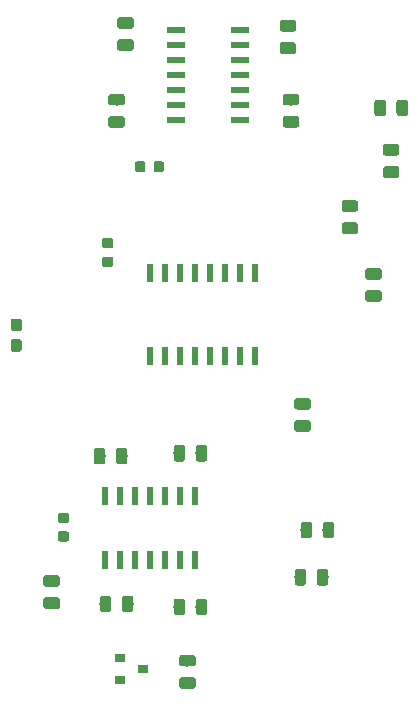
<source format=gbr>
G04 #@! TF.GenerationSoftware,KiCad,Pcbnew,6.0.0-rc1-unknown-46fddab~66~ubuntu16.04.1*
G04 #@! TF.CreationDate,2018-09-28T18:46:46+01:00*
G04 #@! TF.ProjectId,test,746573742E6B696361645F7063620000,rev?*
G04 #@! TF.SameCoordinates,Original*
G04 #@! TF.FileFunction,Paste,Bot*
G04 #@! TF.FilePolarity,Positive*
%FSLAX46Y46*%
G04 Gerber Fmt 4.6, Leading zero omitted, Abs format (unit mm)*
G04 Created by KiCad (PCBNEW 6.0.0-rc1-unknown-46fddab~66~ubuntu16.04.1) date Fri Sep 28 18:46:46 2018*
%MOMM*%
%LPD*%
G01*
G04 APERTURE LIST*
%ADD10C,0.100000*%
%ADD11C,0.875000*%
%ADD12R,0.900000X0.800000*%
%ADD13C,0.975000*%
%ADD14C,0.950000*%
%ADD15R,0.600000X1.500000*%
%ADD16R,1.500000X0.600000*%
G04 APERTURE END LIST*
D10*
G04 #@! TO.C,C1*
G36*
X152777691Y-91276053D02*
X152798926Y-91279203D01*
X152819750Y-91284419D01*
X152839962Y-91291651D01*
X152859368Y-91300830D01*
X152877781Y-91311866D01*
X152895024Y-91324654D01*
X152910930Y-91339070D01*
X152925346Y-91354976D01*
X152938134Y-91372219D01*
X152949170Y-91390632D01*
X152958349Y-91410038D01*
X152965581Y-91430250D01*
X152970797Y-91451074D01*
X152973947Y-91472309D01*
X152975000Y-91493750D01*
X152975000Y-91931250D01*
X152973947Y-91952691D01*
X152970797Y-91973926D01*
X152965581Y-91994750D01*
X152958349Y-92014962D01*
X152949170Y-92034368D01*
X152938134Y-92052781D01*
X152925346Y-92070024D01*
X152910930Y-92085930D01*
X152895024Y-92100346D01*
X152877781Y-92113134D01*
X152859368Y-92124170D01*
X152839962Y-92133349D01*
X152819750Y-92140581D01*
X152798926Y-92145797D01*
X152777691Y-92148947D01*
X152756250Y-92150000D01*
X152243750Y-92150000D01*
X152222309Y-92148947D01*
X152201074Y-92145797D01*
X152180250Y-92140581D01*
X152160038Y-92133349D01*
X152140632Y-92124170D01*
X152122219Y-92113134D01*
X152104976Y-92100346D01*
X152089070Y-92085930D01*
X152074654Y-92070024D01*
X152061866Y-92052781D01*
X152050830Y-92034368D01*
X152041651Y-92014962D01*
X152034419Y-91994750D01*
X152029203Y-91973926D01*
X152026053Y-91952691D01*
X152025000Y-91931250D01*
X152025000Y-91493750D01*
X152026053Y-91472309D01*
X152029203Y-91451074D01*
X152034419Y-91430250D01*
X152041651Y-91410038D01*
X152050830Y-91390632D01*
X152061866Y-91372219D01*
X152074654Y-91354976D01*
X152089070Y-91339070D01*
X152104976Y-91324654D01*
X152122219Y-91311866D01*
X152140632Y-91300830D01*
X152160038Y-91291651D01*
X152180250Y-91284419D01*
X152201074Y-91279203D01*
X152222309Y-91276053D01*
X152243750Y-91275000D01*
X152756250Y-91275000D01*
X152777691Y-91276053D01*
X152777691Y-91276053D01*
G37*
D11*
X152500000Y-91712500D03*
D10*
G36*
X152777691Y-92851053D02*
X152798926Y-92854203D01*
X152819750Y-92859419D01*
X152839962Y-92866651D01*
X152859368Y-92875830D01*
X152877781Y-92886866D01*
X152895024Y-92899654D01*
X152910930Y-92914070D01*
X152925346Y-92929976D01*
X152938134Y-92947219D01*
X152949170Y-92965632D01*
X152958349Y-92985038D01*
X152965581Y-93005250D01*
X152970797Y-93026074D01*
X152973947Y-93047309D01*
X152975000Y-93068750D01*
X152975000Y-93506250D01*
X152973947Y-93527691D01*
X152970797Y-93548926D01*
X152965581Y-93569750D01*
X152958349Y-93589962D01*
X152949170Y-93609368D01*
X152938134Y-93627781D01*
X152925346Y-93645024D01*
X152910930Y-93660930D01*
X152895024Y-93675346D01*
X152877781Y-93688134D01*
X152859368Y-93699170D01*
X152839962Y-93708349D01*
X152819750Y-93715581D01*
X152798926Y-93720797D01*
X152777691Y-93723947D01*
X152756250Y-93725000D01*
X152243750Y-93725000D01*
X152222309Y-93723947D01*
X152201074Y-93720797D01*
X152180250Y-93715581D01*
X152160038Y-93708349D01*
X152140632Y-93699170D01*
X152122219Y-93688134D01*
X152104976Y-93675346D01*
X152089070Y-93660930D01*
X152074654Y-93645024D01*
X152061866Y-93627781D01*
X152050830Y-93609368D01*
X152041651Y-93589962D01*
X152034419Y-93569750D01*
X152029203Y-93548926D01*
X152026053Y-93527691D01*
X152025000Y-93506250D01*
X152025000Y-93068750D01*
X152026053Y-93047309D01*
X152029203Y-93026074D01*
X152034419Y-93005250D01*
X152041651Y-92985038D01*
X152050830Y-92965632D01*
X152061866Y-92947219D01*
X152074654Y-92929976D01*
X152089070Y-92914070D01*
X152104976Y-92899654D01*
X152122219Y-92886866D01*
X152140632Y-92875830D01*
X152160038Y-92866651D01*
X152180250Y-92859419D01*
X152201074Y-92854203D01*
X152222309Y-92851053D01*
X152243750Y-92850000D01*
X152756250Y-92850000D01*
X152777691Y-92851053D01*
X152777691Y-92851053D01*
G37*
D11*
X152500000Y-93287500D03*
G04 #@! TD*
D10*
G04 #@! TO.C,C2*
G36*
X160815191Y-61526053D02*
X160836426Y-61529203D01*
X160857250Y-61534419D01*
X160877462Y-61541651D01*
X160896868Y-61550830D01*
X160915281Y-61561866D01*
X160932524Y-61574654D01*
X160948430Y-61589070D01*
X160962846Y-61604976D01*
X160975634Y-61622219D01*
X160986670Y-61640632D01*
X160995849Y-61660038D01*
X161003081Y-61680250D01*
X161008297Y-61701074D01*
X161011447Y-61722309D01*
X161012500Y-61743750D01*
X161012500Y-62256250D01*
X161011447Y-62277691D01*
X161008297Y-62298926D01*
X161003081Y-62319750D01*
X160995849Y-62339962D01*
X160986670Y-62359368D01*
X160975634Y-62377781D01*
X160962846Y-62395024D01*
X160948430Y-62410930D01*
X160932524Y-62425346D01*
X160915281Y-62438134D01*
X160896868Y-62449170D01*
X160877462Y-62458349D01*
X160857250Y-62465581D01*
X160836426Y-62470797D01*
X160815191Y-62473947D01*
X160793750Y-62475000D01*
X160356250Y-62475000D01*
X160334809Y-62473947D01*
X160313574Y-62470797D01*
X160292750Y-62465581D01*
X160272538Y-62458349D01*
X160253132Y-62449170D01*
X160234719Y-62438134D01*
X160217476Y-62425346D01*
X160201570Y-62410930D01*
X160187154Y-62395024D01*
X160174366Y-62377781D01*
X160163330Y-62359368D01*
X160154151Y-62339962D01*
X160146919Y-62319750D01*
X160141703Y-62298926D01*
X160138553Y-62277691D01*
X160137500Y-62256250D01*
X160137500Y-61743750D01*
X160138553Y-61722309D01*
X160141703Y-61701074D01*
X160146919Y-61680250D01*
X160154151Y-61660038D01*
X160163330Y-61640632D01*
X160174366Y-61622219D01*
X160187154Y-61604976D01*
X160201570Y-61589070D01*
X160217476Y-61574654D01*
X160234719Y-61561866D01*
X160253132Y-61550830D01*
X160272538Y-61541651D01*
X160292750Y-61534419D01*
X160313574Y-61529203D01*
X160334809Y-61526053D01*
X160356250Y-61525000D01*
X160793750Y-61525000D01*
X160815191Y-61526053D01*
X160815191Y-61526053D01*
G37*
D11*
X160575000Y-62000000D03*
D10*
G36*
X159240191Y-61526053D02*
X159261426Y-61529203D01*
X159282250Y-61534419D01*
X159302462Y-61541651D01*
X159321868Y-61550830D01*
X159340281Y-61561866D01*
X159357524Y-61574654D01*
X159373430Y-61589070D01*
X159387846Y-61604976D01*
X159400634Y-61622219D01*
X159411670Y-61640632D01*
X159420849Y-61660038D01*
X159428081Y-61680250D01*
X159433297Y-61701074D01*
X159436447Y-61722309D01*
X159437500Y-61743750D01*
X159437500Y-62256250D01*
X159436447Y-62277691D01*
X159433297Y-62298926D01*
X159428081Y-62319750D01*
X159420849Y-62339962D01*
X159411670Y-62359368D01*
X159400634Y-62377781D01*
X159387846Y-62395024D01*
X159373430Y-62410930D01*
X159357524Y-62425346D01*
X159340281Y-62438134D01*
X159321868Y-62449170D01*
X159302462Y-62458349D01*
X159282250Y-62465581D01*
X159261426Y-62470797D01*
X159240191Y-62473947D01*
X159218750Y-62475000D01*
X158781250Y-62475000D01*
X158759809Y-62473947D01*
X158738574Y-62470797D01*
X158717750Y-62465581D01*
X158697538Y-62458349D01*
X158678132Y-62449170D01*
X158659719Y-62438134D01*
X158642476Y-62425346D01*
X158626570Y-62410930D01*
X158612154Y-62395024D01*
X158599366Y-62377781D01*
X158588330Y-62359368D01*
X158579151Y-62339962D01*
X158571919Y-62319750D01*
X158566703Y-62298926D01*
X158563553Y-62277691D01*
X158562500Y-62256250D01*
X158562500Y-61743750D01*
X158563553Y-61722309D01*
X158566703Y-61701074D01*
X158571919Y-61680250D01*
X158579151Y-61660038D01*
X158588330Y-61640632D01*
X158599366Y-61622219D01*
X158612154Y-61604976D01*
X158626570Y-61589070D01*
X158642476Y-61574654D01*
X158659719Y-61561866D01*
X158678132Y-61550830D01*
X158697538Y-61541651D01*
X158717750Y-61534419D01*
X158738574Y-61529203D01*
X158759809Y-61526053D01*
X158781250Y-61525000D01*
X159218750Y-61525000D01*
X159240191Y-61526053D01*
X159240191Y-61526053D01*
G37*
D11*
X159000000Y-62000000D03*
G04 #@! TD*
D10*
G04 #@! TO.C,C3*
G36*
X156527691Y-69601053D02*
X156548926Y-69604203D01*
X156569750Y-69609419D01*
X156589962Y-69616651D01*
X156609368Y-69625830D01*
X156627781Y-69636866D01*
X156645024Y-69649654D01*
X156660930Y-69664070D01*
X156675346Y-69679976D01*
X156688134Y-69697219D01*
X156699170Y-69715632D01*
X156708349Y-69735038D01*
X156715581Y-69755250D01*
X156720797Y-69776074D01*
X156723947Y-69797309D01*
X156725000Y-69818750D01*
X156725000Y-70256250D01*
X156723947Y-70277691D01*
X156720797Y-70298926D01*
X156715581Y-70319750D01*
X156708349Y-70339962D01*
X156699170Y-70359368D01*
X156688134Y-70377781D01*
X156675346Y-70395024D01*
X156660930Y-70410930D01*
X156645024Y-70425346D01*
X156627781Y-70438134D01*
X156609368Y-70449170D01*
X156589962Y-70458349D01*
X156569750Y-70465581D01*
X156548926Y-70470797D01*
X156527691Y-70473947D01*
X156506250Y-70475000D01*
X155993750Y-70475000D01*
X155972309Y-70473947D01*
X155951074Y-70470797D01*
X155930250Y-70465581D01*
X155910038Y-70458349D01*
X155890632Y-70449170D01*
X155872219Y-70438134D01*
X155854976Y-70425346D01*
X155839070Y-70410930D01*
X155824654Y-70395024D01*
X155811866Y-70377781D01*
X155800830Y-70359368D01*
X155791651Y-70339962D01*
X155784419Y-70319750D01*
X155779203Y-70298926D01*
X155776053Y-70277691D01*
X155775000Y-70256250D01*
X155775000Y-69818750D01*
X155776053Y-69797309D01*
X155779203Y-69776074D01*
X155784419Y-69755250D01*
X155791651Y-69735038D01*
X155800830Y-69715632D01*
X155811866Y-69697219D01*
X155824654Y-69679976D01*
X155839070Y-69664070D01*
X155854976Y-69649654D01*
X155872219Y-69636866D01*
X155890632Y-69625830D01*
X155910038Y-69616651D01*
X155930250Y-69609419D01*
X155951074Y-69604203D01*
X155972309Y-69601053D01*
X155993750Y-69600000D01*
X156506250Y-69600000D01*
X156527691Y-69601053D01*
X156527691Y-69601053D01*
G37*
D11*
X156250000Y-70037500D03*
D10*
G36*
X156527691Y-68026053D02*
X156548926Y-68029203D01*
X156569750Y-68034419D01*
X156589962Y-68041651D01*
X156609368Y-68050830D01*
X156627781Y-68061866D01*
X156645024Y-68074654D01*
X156660930Y-68089070D01*
X156675346Y-68104976D01*
X156688134Y-68122219D01*
X156699170Y-68140632D01*
X156708349Y-68160038D01*
X156715581Y-68180250D01*
X156720797Y-68201074D01*
X156723947Y-68222309D01*
X156725000Y-68243750D01*
X156725000Y-68681250D01*
X156723947Y-68702691D01*
X156720797Y-68723926D01*
X156715581Y-68744750D01*
X156708349Y-68764962D01*
X156699170Y-68784368D01*
X156688134Y-68802781D01*
X156675346Y-68820024D01*
X156660930Y-68835930D01*
X156645024Y-68850346D01*
X156627781Y-68863134D01*
X156609368Y-68874170D01*
X156589962Y-68883349D01*
X156569750Y-68890581D01*
X156548926Y-68895797D01*
X156527691Y-68898947D01*
X156506250Y-68900000D01*
X155993750Y-68900000D01*
X155972309Y-68898947D01*
X155951074Y-68895797D01*
X155930250Y-68890581D01*
X155910038Y-68883349D01*
X155890632Y-68874170D01*
X155872219Y-68863134D01*
X155854976Y-68850346D01*
X155839070Y-68835930D01*
X155824654Y-68820024D01*
X155811866Y-68802781D01*
X155800830Y-68784368D01*
X155791651Y-68764962D01*
X155784419Y-68744750D01*
X155779203Y-68723926D01*
X155776053Y-68702691D01*
X155775000Y-68681250D01*
X155775000Y-68243750D01*
X155776053Y-68222309D01*
X155779203Y-68201074D01*
X155784419Y-68180250D01*
X155791651Y-68160038D01*
X155800830Y-68140632D01*
X155811866Y-68122219D01*
X155824654Y-68104976D01*
X155839070Y-68089070D01*
X155854976Y-68074654D01*
X155872219Y-68061866D01*
X155890632Y-68050830D01*
X155910038Y-68041651D01*
X155930250Y-68034419D01*
X155951074Y-68029203D01*
X155972309Y-68026053D01*
X155993750Y-68025000D01*
X156506250Y-68025000D01*
X156527691Y-68026053D01*
X156527691Y-68026053D01*
G37*
D11*
X156250000Y-68462500D03*
G04 #@! TD*
D12*
G04 #@! TO.C,D1*
X157250000Y-105450000D03*
X157250000Y-103550000D03*
X159250000Y-104500000D03*
G04 #@! TD*
D10*
G04 #@! TO.C,R1*
G36*
X163480142Y-105201174D02*
X163503803Y-105204684D01*
X163527007Y-105210496D01*
X163549529Y-105218554D01*
X163571153Y-105228782D01*
X163591670Y-105241079D01*
X163610883Y-105255329D01*
X163628607Y-105271393D01*
X163644671Y-105289117D01*
X163658921Y-105308330D01*
X163671218Y-105328847D01*
X163681446Y-105350471D01*
X163689504Y-105372993D01*
X163695316Y-105396197D01*
X163698826Y-105419858D01*
X163700000Y-105443750D01*
X163700000Y-105931250D01*
X163698826Y-105955142D01*
X163695316Y-105978803D01*
X163689504Y-106002007D01*
X163681446Y-106024529D01*
X163671218Y-106046153D01*
X163658921Y-106066670D01*
X163644671Y-106085883D01*
X163628607Y-106103607D01*
X163610883Y-106119671D01*
X163591670Y-106133921D01*
X163571153Y-106146218D01*
X163549529Y-106156446D01*
X163527007Y-106164504D01*
X163503803Y-106170316D01*
X163480142Y-106173826D01*
X163456250Y-106175000D01*
X162543750Y-106175000D01*
X162519858Y-106173826D01*
X162496197Y-106170316D01*
X162472993Y-106164504D01*
X162450471Y-106156446D01*
X162428847Y-106146218D01*
X162408330Y-106133921D01*
X162389117Y-106119671D01*
X162371393Y-106103607D01*
X162355329Y-106085883D01*
X162341079Y-106066670D01*
X162328782Y-106046153D01*
X162318554Y-106024529D01*
X162310496Y-106002007D01*
X162304684Y-105978803D01*
X162301174Y-105955142D01*
X162300000Y-105931250D01*
X162300000Y-105443750D01*
X162301174Y-105419858D01*
X162304684Y-105396197D01*
X162310496Y-105372993D01*
X162318554Y-105350471D01*
X162328782Y-105328847D01*
X162341079Y-105308330D01*
X162355329Y-105289117D01*
X162371393Y-105271393D01*
X162389117Y-105255329D01*
X162408330Y-105241079D01*
X162428847Y-105228782D01*
X162450471Y-105218554D01*
X162472993Y-105210496D01*
X162496197Y-105204684D01*
X162519858Y-105201174D01*
X162543750Y-105200000D01*
X163456250Y-105200000D01*
X163480142Y-105201174D01*
X163480142Y-105201174D01*
G37*
D13*
X163000000Y-105687500D03*
D10*
G36*
X163480142Y-103326174D02*
X163503803Y-103329684D01*
X163527007Y-103335496D01*
X163549529Y-103343554D01*
X163571153Y-103353782D01*
X163591670Y-103366079D01*
X163610883Y-103380329D01*
X163628607Y-103396393D01*
X163644671Y-103414117D01*
X163658921Y-103433330D01*
X163671218Y-103453847D01*
X163681446Y-103475471D01*
X163689504Y-103497993D01*
X163695316Y-103521197D01*
X163698826Y-103544858D01*
X163700000Y-103568750D01*
X163700000Y-104056250D01*
X163698826Y-104080142D01*
X163695316Y-104103803D01*
X163689504Y-104127007D01*
X163681446Y-104149529D01*
X163671218Y-104171153D01*
X163658921Y-104191670D01*
X163644671Y-104210883D01*
X163628607Y-104228607D01*
X163610883Y-104244671D01*
X163591670Y-104258921D01*
X163571153Y-104271218D01*
X163549529Y-104281446D01*
X163527007Y-104289504D01*
X163503803Y-104295316D01*
X163480142Y-104298826D01*
X163456250Y-104300000D01*
X162543750Y-104300000D01*
X162519858Y-104298826D01*
X162496197Y-104295316D01*
X162472993Y-104289504D01*
X162450471Y-104281446D01*
X162428847Y-104271218D01*
X162408330Y-104258921D01*
X162389117Y-104244671D01*
X162371393Y-104228607D01*
X162355329Y-104210883D01*
X162341079Y-104191670D01*
X162328782Y-104171153D01*
X162318554Y-104149529D01*
X162310496Y-104127007D01*
X162304684Y-104103803D01*
X162301174Y-104080142D01*
X162300000Y-104056250D01*
X162300000Y-103568750D01*
X162301174Y-103544858D01*
X162304684Y-103521197D01*
X162310496Y-103497993D01*
X162318554Y-103475471D01*
X162328782Y-103453847D01*
X162341079Y-103433330D01*
X162355329Y-103414117D01*
X162371393Y-103396393D01*
X162389117Y-103380329D01*
X162408330Y-103366079D01*
X162428847Y-103353782D01*
X162450471Y-103343554D01*
X162472993Y-103335496D01*
X162496197Y-103329684D01*
X162519858Y-103326174D01*
X162543750Y-103325000D01*
X163456250Y-103325000D01*
X163480142Y-103326174D01*
X163480142Y-103326174D01*
G37*
D13*
X163000000Y-103812500D03*
G04 #@! TD*
D10*
G04 #@! TO.C,R2*
G36*
X151980142Y-98451174D02*
X152003803Y-98454684D01*
X152027007Y-98460496D01*
X152049529Y-98468554D01*
X152071153Y-98478782D01*
X152091670Y-98491079D01*
X152110883Y-98505329D01*
X152128607Y-98521393D01*
X152144671Y-98539117D01*
X152158921Y-98558330D01*
X152171218Y-98578847D01*
X152181446Y-98600471D01*
X152189504Y-98622993D01*
X152195316Y-98646197D01*
X152198826Y-98669858D01*
X152200000Y-98693750D01*
X152200000Y-99181250D01*
X152198826Y-99205142D01*
X152195316Y-99228803D01*
X152189504Y-99252007D01*
X152181446Y-99274529D01*
X152171218Y-99296153D01*
X152158921Y-99316670D01*
X152144671Y-99335883D01*
X152128607Y-99353607D01*
X152110883Y-99369671D01*
X152091670Y-99383921D01*
X152071153Y-99396218D01*
X152049529Y-99406446D01*
X152027007Y-99414504D01*
X152003803Y-99420316D01*
X151980142Y-99423826D01*
X151956250Y-99425000D01*
X151043750Y-99425000D01*
X151019858Y-99423826D01*
X150996197Y-99420316D01*
X150972993Y-99414504D01*
X150950471Y-99406446D01*
X150928847Y-99396218D01*
X150908330Y-99383921D01*
X150889117Y-99369671D01*
X150871393Y-99353607D01*
X150855329Y-99335883D01*
X150841079Y-99316670D01*
X150828782Y-99296153D01*
X150818554Y-99274529D01*
X150810496Y-99252007D01*
X150804684Y-99228803D01*
X150801174Y-99205142D01*
X150800000Y-99181250D01*
X150800000Y-98693750D01*
X150801174Y-98669858D01*
X150804684Y-98646197D01*
X150810496Y-98622993D01*
X150818554Y-98600471D01*
X150828782Y-98578847D01*
X150841079Y-98558330D01*
X150855329Y-98539117D01*
X150871393Y-98521393D01*
X150889117Y-98505329D01*
X150908330Y-98491079D01*
X150928847Y-98478782D01*
X150950471Y-98468554D01*
X150972993Y-98460496D01*
X150996197Y-98454684D01*
X151019858Y-98451174D01*
X151043750Y-98450000D01*
X151956250Y-98450000D01*
X151980142Y-98451174D01*
X151980142Y-98451174D01*
G37*
D13*
X151500000Y-98937500D03*
D10*
G36*
X151980142Y-96576174D02*
X152003803Y-96579684D01*
X152027007Y-96585496D01*
X152049529Y-96593554D01*
X152071153Y-96603782D01*
X152091670Y-96616079D01*
X152110883Y-96630329D01*
X152128607Y-96646393D01*
X152144671Y-96664117D01*
X152158921Y-96683330D01*
X152171218Y-96703847D01*
X152181446Y-96725471D01*
X152189504Y-96747993D01*
X152195316Y-96771197D01*
X152198826Y-96794858D01*
X152200000Y-96818750D01*
X152200000Y-97306250D01*
X152198826Y-97330142D01*
X152195316Y-97353803D01*
X152189504Y-97377007D01*
X152181446Y-97399529D01*
X152171218Y-97421153D01*
X152158921Y-97441670D01*
X152144671Y-97460883D01*
X152128607Y-97478607D01*
X152110883Y-97494671D01*
X152091670Y-97508921D01*
X152071153Y-97521218D01*
X152049529Y-97531446D01*
X152027007Y-97539504D01*
X152003803Y-97545316D01*
X151980142Y-97548826D01*
X151956250Y-97550000D01*
X151043750Y-97550000D01*
X151019858Y-97548826D01*
X150996197Y-97545316D01*
X150972993Y-97539504D01*
X150950471Y-97531446D01*
X150928847Y-97521218D01*
X150908330Y-97508921D01*
X150889117Y-97494671D01*
X150871393Y-97478607D01*
X150855329Y-97460883D01*
X150841079Y-97441670D01*
X150828782Y-97421153D01*
X150818554Y-97399529D01*
X150810496Y-97377007D01*
X150804684Y-97353803D01*
X150801174Y-97330142D01*
X150800000Y-97306250D01*
X150800000Y-96818750D01*
X150801174Y-96794858D01*
X150804684Y-96771197D01*
X150810496Y-96747993D01*
X150818554Y-96725471D01*
X150828782Y-96703847D01*
X150841079Y-96683330D01*
X150855329Y-96664117D01*
X150871393Y-96646393D01*
X150889117Y-96630329D01*
X150908330Y-96616079D01*
X150928847Y-96603782D01*
X150950471Y-96593554D01*
X150972993Y-96585496D01*
X150996197Y-96579684D01*
X151019858Y-96576174D01*
X151043750Y-96575000D01*
X151956250Y-96575000D01*
X151980142Y-96576174D01*
X151980142Y-96576174D01*
G37*
D13*
X151500000Y-97062500D03*
G04 #@! TD*
D10*
G04 #@! TO.C,R3*
G36*
X157705142Y-85801174D02*
X157728803Y-85804684D01*
X157752007Y-85810496D01*
X157774529Y-85818554D01*
X157796153Y-85828782D01*
X157816670Y-85841079D01*
X157835883Y-85855329D01*
X157853607Y-85871393D01*
X157869671Y-85889117D01*
X157883921Y-85908330D01*
X157896218Y-85928847D01*
X157906446Y-85950471D01*
X157914504Y-85972993D01*
X157920316Y-85996197D01*
X157923826Y-86019858D01*
X157925000Y-86043750D01*
X157925000Y-86956250D01*
X157923826Y-86980142D01*
X157920316Y-87003803D01*
X157914504Y-87027007D01*
X157906446Y-87049529D01*
X157896218Y-87071153D01*
X157883921Y-87091670D01*
X157869671Y-87110883D01*
X157853607Y-87128607D01*
X157835883Y-87144671D01*
X157816670Y-87158921D01*
X157796153Y-87171218D01*
X157774529Y-87181446D01*
X157752007Y-87189504D01*
X157728803Y-87195316D01*
X157705142Y-87198826D01*
X157681250Y-87200000D01*
X157193750Y-87200000D01*
X157169858Y-87198826D01*
X157146197Y-87195316D01*
X157122993Y-87189504D01*
X157100471Y-87181446D01*
X157078847Y-87171218D01*
X157058330Y-87158921D01*
X157039117Y-87144671D01*
X157021393Y-87128607D01*
X157005329Y-87110883D01*
X156991079Y-87091670D01*
X156978782Y-87071153D01*
X156968554Y-87049529D01*
X156960496Y-87027007D01*
X156954684Y-87003803D01*
X156951174Y-86980142D01*
X156950000Y-86956250D01*
X156950000Y-86043750D01*
X156951174Y-86019858D01*
X156954684Y-85996197D01*
X156960496Y-85972993D01*
X156968554Y-85950471D01*
X156978782Y-85928847D01*
X156991079Y-85908330D01*
X157005329Y-85889117D01*
X157021393Y-85871393D01*
X157039117Y-85855329D01*
X157058330Y-85841079D01*
X157078847Y-85828782D01*
X157100471Y-85818554D01*
X157122993Y-85810496D01*
X157146197Y-85804684D01*
X157169858Y-85801174D01*
X157193750Y-85800000D01*
X157681250Y-85800000D01*
X157705142Y-85801174D01*
X157705142Y-85801174D01*
G37*
D13*
X157437500Y-86500000D03*
D10*
G36*
X155830142Y-85801174D02*
X155853803Y-85804684D01*
X155877007Y-85810496D01*
X155899529Y-85818554D01*
X155921153Y-85828782D01*
X155941670Y-85841079D01*
X155960883Y-85855329D01*
X155978607Y-85871393D01*
X155994671Y-85889117D01*
X156008921Y-85908330D01*
X156021218Y-85928847D01*
X156031446Y-85950471D01*
X156039504Y-85972993D01*
X156045316Y-85996197D01*
X156048826Y-86019858D01*
X156050000Y-86043750D01*
X156050000Y-86956250D01*
X156048826Y-86980142D01*
X156045316Y-87003803D01*
X156039504Y-87027007D01*
X156031446Y-87049529D01*
X156021218Y-87071153D01*
X156008921Y-87091670D01*
X155994671Y-87110883D01*
X155978607Y-87128607D01*
X155960883Y-87144671D01*
X155941670Y-87158921D01*
X155921153Y-87171218D01*
X155899529Y-87181446D01*
X155877007Y-87189504D01*
X155853803Y-87195316D01*
X155830142Y-87198826D01*
X155806250Y-87200000D01*
X155318750Y-87200000D01*
X155294858Y-87198826D01*
X155271197Y-87195316D01*
X155247993Y-87189504D01*
X155225471Y-87181446D01*
X155203847Y-87171218D01*
X155183330Y-87158921D01*
X155164117Y-87144671D01*
X155146393Y-87128607D01*
X155130329Y-87110883D01*
X155116079Y-87091670D01*
X155103782Y-87071153D01*
X155093554Y-87049529D01*
X155085496Y-87027007D01*
X155079684Y-87003803D01*
X155076174Y-86980142D01*
X155075000Y-86956250D01*
X155075000Y-86043750D01*
X155076174Y-86019858D01*
X155079684Y-85996197D01*
X155085496Y-85972993D01*
X155093554Y-85950471D01*
X155103782Y-85928847D01*
X155116079Y-85908330D01*
X155130329Y-85889117D01*
X155146393Y-85871393D01*
X155164117Y-85855329D01*
X155183330Y-85841079D01*
X155203847Y-85828782D01*
X155225471Y-85818554D01*
X155247993Y-85810496D01*
X155271197Y-85804684D01*
X155294858Y-85801174D01*
X155318750Y-85800000D01*
X155806250Y-85800000D01*
X155830142Y-85801174D01*
X155830142Y-85801174D01*
G37*
D13*
X155562500Y-86500000D03*
G04 #@! TD*
D10*
G04 #@! TO.C,R4*
G36*
X157480142Y-55826174D02*
X157503803Y-55829684D01*
X157527007Y-55835496D01*
X157549529Y-55843554D01*
X157571153Y-55853782D01*
X157591670Y-55866079D01*
X157610883Y-55880329D01*
X157628607Y-55896393D01*
X157644671Y-55914117D01*
X157658921Y-55933330D01*
X157671218Y-55953847D01*
X157681446Y-55975471D01*
X157689504Y-55997993D01*
X157695316Y-56021197D01*
X157698826Y-56044858D01*
X157700000Y-56068750D01*
X157700000Y-56556250D01*
X157698826Y-56580142D01*
X157695316Y-56603803D01*
X157689504Y-56627007D01*
X157681446Y-56649529D01*
X157671218Y-56671153D01*
X157658921Y-56691670D01*
X157644671Y-56710883D01*
X157628607Y-56728607D01*
X157610883Y-56744671D01*
X157591670Y-56758921D01*
X157571153Y-56771218D01*
X157549529Y-56781446D01*
X157527007Y-56789504D01*
X157503803Y-56795316D01*
X157480142Y-56798826D01*
X157456250Y-56800000D01*
X156543750Y-56800000D01*
X156519858Y-56798826D01*
X156496197Y-56795316D01*
X156472993Y-56789504D01*
X156450471Y-56781446D01*
X156428847Y-56771218D01*
X156408330Y-56758921D01*
X156389117Y-56744671D01*
X156371393Y-56728607D01*
X156355329Y-56710883D01*
X156341079Y-56691670D01*
X156328782Y-56671153D01*
X156318554Y-56649529D01*
X156310496Y-56627007D01*
X156304684Y-56603803D01*
X156301174Y-56580142D01*
X156300000Y-56556250D01*
X156300000Y-56068750D01*
X156301174Y-56044858D01*
X156304684Y-56021197D01*
X156310496Y-55997993D01*
X156318554Y-55975471D01*
X156328782Y-55953847D01*
X156341079Y-55933330D01*
X156355329Y-55914117D01*
X156371393Y-55896393D01*
X156389117Y-55880329D01*
X156408330Y-55866079D01*
X156428847Y-55853782D01*
X156450471Y-55843554D01*
X156472993Y-55835496D01*
X156496197Y-55829684D01*
X156519858Y-55826174D01*
X156543750Y-55825000D01*
X157456250Y-55825000D01*
X157480142Y-55826174D01*
X157480142Y-55826174D01*
G37*
D13*
X157000000Y-56312500D03*
D10*
G36*
X157480142Y-57701174D02*
X157503803Y-57704684D01*
X157527007Y-57710496D01*
X157549529Y-57718554D01*
X157571153Y-57728782D01*
X157591670Y-57741079D01*
X157610883Y-57755329D01*
X157628607Y-57771393D01*
X157644671Y-57789117D01*
X157658921Y-57808330D01*
X157671218Y-57828847D01*
X157681446Y-57850471D01*
X157689504Y-57872993D01*
X157695316Y-57896197D01*
X157698826Y-57919858D01*
X157700000Y-57943750D01*
X157700000Y-58431250D01*
X157698826Y-58455142D01*
X157695316Y-58478803D01*
X157689504Y-58502007D01*
X157681446Y-58524529D01*
X157671218Y-58546153D01*
X157658921Y-58566670D01*
X157644671Y-58585883D01*
X157628607Y-58603607D01*
X157610883Y-58619671D01*
X157591670Y-58633921D01*
X157571153Y-58646218D01*
X157549529Y-58656446D01*
X157527007Y-58664504D01*
X157503803Y-58670316D01*
X157480142Y-58673826D01*
X157456250Y-58675000D01*
X156543750Y-58675000D01*
X156519858Y-58673826D01*
X156496197Y-58670316D01*
X156472993Y-58664504D01*
X156450471Y-58656446D01*
X156428847Y-58646218D01*
X156408330Y-58633921D01*
X156389117Y-58619671D01*
X156371393Y-58603607D01*
X156355329Y-58585883D01*
X156341079Y-58566670D01*
X156328782Y-58546153D01*
X156318554Y-58524529D01*
X156310496Y-58502007D01*
X156304684Y-58478803D01*
X156301174Y-58455142D01*
X156300000Y-58431250D01*
X156300000Y-57943750D01*
X156301174Y-57919858D01*
X156304684Y-57896197D01*
X156310496Y-57872993D01*
X156318554Y-57850471D01*
X156328782Y-57828847D01*
X156341079Y-57808330D01*
X156355329Y-57789117D01*
X156371393Y-57771393D01*
X156389117Y-57755329D01*
X156408330Y-57741079D01*
X156428847Y-57728782D01*
X156450471Y-57718554D01*
X156472993Y-57710496D01*
X156496197Y-57704684D01*
X156519858Y-57701174D01*
X156543750Y-57700000D01*
X157456250Y-57700000D01*
X157480142Y-57701174D01*
X157480142Y-57701174D01*
G37*
D13*
X157000000Y-58187500D03*
G04 #@! TD*
D10*
G04 #@! TO.C,R5*
G36*
X162580142Y-85551174D02*
X162603803Y-85554684D01*
X162627007Y-85560496D01*
X162649529Y-85568554D01*
X162671153Y-85578782D01*
X162691670Y-85591079D01*
X162710883Y-85605329D01*
X162728607Y-85621393D01*
X162744671Y-85639117D01*
X162758921Y-85658330D01*
X162771218Y-85678847D01*
X162781446Y-85700471D01*
X162789504Y-85722993D01*
X162795316Y-85746197D01*
X162798826Y-85769858D01*
X162800000Y-85793750D01*
X162800000Y-86706250D01*
X162798826Y-86730142D01*
X162795316Y-86753803D01*
X162789504Y-86777007D01*
X162781446Y-86799529D01*
X162771218Y-86821153D01*
X162758921Y-86841670D01*
X162744671Y-86860883D01*
X162728607Y-86878607D01*
X162710883Y-86894671D01*
X162691670Y-86908921D01*
X162671153Y-86921218D01*
X162649529Y-86931446D01*
X162627007Y-86939504D01*
X162603803Y-86945316D01*
X162580142Y-86948826D01*
X162556250Y-86950000D01*
X162068750Y-86950000D01*
X162044858Y-86948826D01*
X162021197Y-86945316D01*
X161997993Y-86939504D01*
X161975471Y-86931446D01*
X161953847Y-86921218D01*
X161933330Y-86908921D01*
X161914117Y-86894671D01*
X161896393Y-86878607D01*
X161880329Y-86860883D01*
X161866079Y-86841670D01*
X161853782Y-86821153D01*
X161843554Y-86799529D01*
X161835496Y-86777007D01*
X161829684Y-86753803D01*
X161826174Y-86730142D01*
X161825000Y-86706250D01*
X161825000Y-85793750D01*
X161826174Y-85769858D01*
X161829684Y-85746197D01*
X161835496Y-85722993D01*
X161843554Y-85700471D01*
X161853782Y-85678847D01*
X161866079Y-85658330D01*
X161880329Y-85639117D01*
X161896393Y-85621393D01*
X161914117Y-85605329D01*
X161933330Y-85591079D01*
X161953847Y-85578782D01*
X161975471Y-85568554D01*
X161997993Y-85560496D01*
X162021197Y-85554684D01*
X162044858Y-85551174D01*
X162068750Y-85550000D01*
X162556250Y-85550000D01*
X162580142Y-85551174D01*
X162580142Y-85551174D01*
G37*
D13*
X162312500Y-86250000D03*
D10*
G36*
X164455142Y-85551174D02*
X164478803Y-85554684D01*
X164502007Y-85560496D01*
X164524529Y-85568554D01*
X164546153Y-85578782D01*
X164566670Y-85591079D01*
X164585883Y-85605329D01*
X164603607Y-85621393D01*
X164619671Y-85639117D01*
X164633921Y-85658330D01*
X164646218Y-85678847D01*
X164656446Y-85700471D01*
X164664504Y-85722993D01*
X164670316Y-85746197D01*
X164673826Y-85769858D01*
X164675000Y-85793750D01*
X164675000Y-86706250D01*
X164673826Y-86730142D01*
X164670316Y-86753803D01*
X164664504Y-86777007D01*
X164656446Y-86799529D01*
X164646218Y-86821153D01*
X164633921Y-86841670D01*
X164619671Y-86860883D01*
X164603607Y-86878607D01*
X164585883Y-86894671D01*
X164566670Y-86908921D01*
X164546153Y-86921218D01*
X164524529Y-86931446D01*
X164502007Y-86939504D01*
X164478803Y-86945316D01*
X164455142Y-86948826D01*
X164431250Y-86950000D01*
X163943750Y-86950000D01*
X163919858Y-86948826D01*
X163896197Y-86945316D01*
X163872993Y-86939504D01*
X163850471Y-86931446D01*
X163828847Y-86921218D01*
X163808330Y-86908921D01*
X163789117Y-86894671D01*
X163771393Y-86878607D01*
X163755329Y-86860883D01*
X163741079Y-86841670D01*
X163728782Y-86821153D01*
X163718554Y-86799529D01*
X163710496Y-86777007D01*
X163704684Y-86753803D01*
X163701174Y-86730142D01*
X163700000Y-86706250D01*
X163700000Y-85793750D01*
X163701174Y-85769858D01*
X163704684Y-85746197D01*
X163710496Y-85722993D01*
X163718554Y-85700471D01*
X163728782Y-85678847D01*
X163741079Y-85658330D01*
X163755329Y-85639117D01*
X163771393Y-85621393D01*
X163789117Y-85605329D01*
X163808330Y-85591079D01*
X163828847Y-85578782D01*
X163850471Y-85568554D01*
X163872993Y-85560496D01*
X163896197Y-85554684D01*
X163919858Y-85551174D01*
X163943750Y-85550000D01*
X164431250Y-85550000D01*
X164455142Y-85551174D01*
X164455142Y-85551174D01*
G37*
D13*
X164187500Y-86250000D03*
G04 #@! TD*
D10*
G04 #@! TO.C,R6*
G36*
X164455142Y-98551174D02*
X164478803Y-98554684D01*
X164502007Y-98560496D01*
X164524529Y-98568554D01*
X164546153Y-98578782D01*
X164566670Y-98591079D01*
X164585883Y-98605329D01*
X164603607Y-98621393D01*
X164619671Y-98639117D01*
X164633921Y-98658330D01*
X164646218Y-98678847D01*
X164656446Y-98700471D01*
X164664504Y-98722993D01*
X164670316Y-98746197D01*
X164673826Y-98769858D01*
X164675000Y-98793750D01*
X164675000Y-99706250D01*
X164673826Y-99730142D01*
X164670316Y-99753803D01*
X164664504Y-99777007D01*
X164656446Y-99799529D01*
X164646218Y-99821153D01*
X164633921Y-99841670D01*
X164619671Y-99860883D01*
X164603607Y-99878607D01*
X164585883Y-99894671D01*
X164566670Y-99908921D01*
X164546153Y-99921218D01*
X164524529Y-99931446D01*
X164502007Y-99939504D01*
X164478803Y-99945316D01*
X164455142Y-99948826D01*
X164431250Y-99950000D01*
X163943750Y-99950000D01*
X163919858Y-99948826D01*
X163896197Y-99945316D01*
X163872993Y-99939504D01*
X163850471Y-99931446D01*
X163828847Y-99921218D01*
X163808330Y-99908921D01*
X163789117Y-99894671D01*
X163771393Y-99878607D01*
X163755329Y-99860883D01*
X163741079Y-99841670D01*
X163728782Y-99821153D01*
X163718554Y-99799529D01*
X163710496Y-99777007D01*
X163704684Y-99753803D01*
X163701174Y-99730142D01*
X163700000Y-99706250D01*
X163700000Y-98793750D01*
X163701174Y-98769858D01*
X163704684Y-98746197D01*
X163710496Y-98722993D01*
X163718554Y-98700471D01*
X163728782Y-98678847D01*
X163741079Y-98658330D01*
X163755329Y-98639117D01*
X163771393Y-98621393D01*
X163789117Y-98605329D01*
X163808330Y-98591079D01*
X163828847Y-98578782D01*
X163850471Y-98568554D01*
X163872993Y-98560496D01*
X163896197Y-98554684D01*
X163919858Y-98551174D01*
X163943750Y-98550000D01*
X164431250Y-98550000D01*
X164455142Y-98551174D01*
X164455142Y-98551174D01*
G37*
D13*
X164187500Y-99250000D03*
D10*
G36*
X162580142Y-98551174D02*
X162603803Y-98554684D01*
X162627007Y-98560496D01*
X162649529Y-98568554D01*
X162671153Y-98578782D01*
X162691670Y-98591079D01*
X162710883Y-98605329D01*
X162728607Y-98621393D01*
X162744671Y-98639117D01*
X162758921Y-98658330D01*
X162771218Y-98678847D01*
X162781446Y-98700471D01*
X162789504Y-98722993D01*
X162795316Y-98746197D01*
X162798826Y-98769858D01*
X162800000Y-98793750D01*
X162800000Y-99706250D01*
X162798826Y-99730142D01*
X162795316Y-99753803D01*
X162789504Y-99777007D01*
X162781446Y-99799529D01*
X162771218Y-99821153D01*
X162758921Y-99841670D01*
X162744671Y-99860883D01*
X162728607Y-99878607D01*
X162710883Y-99894671D01*
X162691670Y-99908921D01*
X162671153Y-99921218D01*
X162649529Y-99931446D01*
X162627007Y-99939504D01*
X162603803Y-99945316D01*
X162580142Y-99948826D01*
X162556250Y-99950000D01*
X162068750Y-99950000D01*
X162044858Y-99948826D01*
X162021197Y-99945316D01*
X161997993Y-99939504D01*
X161975471Y-99931446D01*
X161953847Y-99921218D01*
X161933330Y-99908921D01*
X161914117Y-99894671D01*
X161896393Y-99878607D01*
X161880329Y-99860883D01*
X161866079Y-99841670D01*
X161853782Y-99821153D01*
X161843554Y-99799529D01*
X161835496Y-99777007D01*
X161829684Y-99753803D01*
X161826174Y-99730142D01*
X161825000Y-99706250D01*
X161825000Y-98793750D01*
X161826174Y-98769858D01*
X161829684Y-98746197D01*
X161835496Y-98722993D01*
X161843554Y-98700471D01*
X161853782Y-98678847D01*
X161866079Y-98658330D01*
X161880329Y-98639117D01*
X161896393Y-98621393D01*
X161914117Y-98605329D01*
X161933330Y-98591079D01*
X161953847Y-98578782D01*
X161975471Y-98568554D01*
X161997993Y-98560496D01*
X162021197Y-98554684D01*
X162044858Y-98551174D01*
X162068750Y-98550000D01*
X162556250Y-98550000D01*
X162580142Y-98551174D01*
X162580142Y-98551174D01*
G37*
D13*
X162312500Y-99250000D03*
G04 #@! TD*
D10*
G04 #@! TO.C,R7*
G36*
X158205142Y-98301174D02*
X158228803Y-98304684D01*
X158252007Y-98310496D01*
X158274529Y-98318554D01*
X158296153Y-98328782D01*
X158316670Y-98341079D01*
X158335883Y-98355329D01*
X158353607Y-98371393D01*
X158369671Y-98389117D01*
X158383921Y-98408330D01*
X158396218Y-98428847D01*
X158406446Y-98450471D01*
X158414504Y-98472993D01*
X158420316Y-98496197D01*
X158423826Y-98519858D01*
X158425000Y-98543750D01*
X158425000Y-99456250D01*
X158423826Y-99480142D01*
X158420316Y-99503803D01*
X158414504Y-99527007D01*
X158406446Y-99549529D01*
X158396218Y-99571153D01*
X158383921Y-99591670D01*
X158369671Y-99610883D01*
X158353607Y-99628607D01*
X158335883Y-99644671D01*
X158316670Y-99658921D01*
X158296153Y-99671218D01*
X158274529Y-99681446D01*
X158252007Y-99689504D01*
X158228803Y-99695316D01*
X158205142Y-99698826D01*
X158181250Y-99700000D01*
X157693750Y-99700000D01*
X157669858Y-99698826D01*
X157646197Y-99695316D01*
X157622993Y-99689504D01*
X157600471Y-99681446D01*
X157578847Y-99671218D01*
X157558330Y-99658921D01*
X157539117Y-99644671D01*
X157521393Y-99628607D01*
X157505329Y-99610883D01*
X157491079Y-99591670D01*
X157478782Y-99571153D01*
X157468554Y-99549529D01*
X157460496Y-99527007D01*
X157454684Y-99503803D01*
X157451174Y-99480142D01*
X157450000Y-99456250D01*
X157450000Y-98543750D01*
X157451174Y-98519858D01*
X157454684Y-98496197D01*
X157460496Y-98472993D01*
X157468554Y-98450471D01*
X157478782Y-98428847D01*
X157491079Y-98408330D01*
X157505329Y-98389117D01*
X157521393Y-98371393D01*
X157539117Y-98355329D01*
X157558330Y-98341079D01*
X157578847Y-98328782D01*
X157600471Y-98318554D01*
X157622993Y-98310496D01*
X157646197Y-98304684D01*
X157669858Y-98301174D01*
X157693750Y-98300000D01*
X158181250Y-98300000D01*
X158205142Y-98301174D01*
X158205142Y-98301174D01*
G37*
D13*
X157937500Y-99000000D03*
D10*
G36*
X156330142Y-98301174D02*
X156353803Y-98304684D01*
X156377007Y-98310496D01*
X156399529Y-98318554D01*
X156421153Y-98328782D01*
X156441670Y-98341079D01*
X156460883Y-98355329D01*
X156478607Y-98371393D01*
X156494671Y-98389117D01*
X156508921Y-98408330D01*
X156521218Y-98428847D01*
X156531446Y-98450471D01*
X156539504Y-98472993D01*
X156545316Y-98496197D01*
X156548826Y-98519858D01*
X156550000Y-98543750D01*
X156550000Y-99456250D01*
X156548826Y-99480142D01*
X156545316Y-99503803D01*
X156539504Y-99527007D01*
X156531446Y-99549529D01*
X156521218Y-99571153D01*
X156508921Y-99591670D01*
X156494671Y-99610883D01*
X156478607Y-99628607D01*
X156460883Y-99644671D01*
X156441670Y-99658921D01*
X156421153Y-99671218D01*
X156399529Y-99681446D01*
X156377007Y-99689504D01*
X156353803Y-99695316D01*
X156330142Y-99698826D01*
X156306250Y-99700000D01*
X155818750Y-99700000D01*
X155794858Y-99698826D01*
X155771197Y-99695316D01*
X155747993Y-99689504D01*
X155725471Y-99681446D01*
X155703847Y-99671218D01*
X155683330Y-99658921D01*
X155664117Y-99644671D01*
X155646393Y-99628607D01*
X155630329Y-99610883D01*
X155616079Y-99591670D01*
X155603782Y-99571153D01*
X155593554Y-99549529D01*
X155585496Y-99527007D01*
X155579684Y-99503803D01*
X155576174Y-99480142D01*
X155575000Y-99456250D01*
X155575000Y-98543750D01*
X155576174Y-98519858D01*
X155579684Y-98496197D01*
X155585496Y-98472993D01*
X155593554Y-98450471D01*
X155603782Y-98428847D01*
X155616079Y-98408330D01*
X155630329Y-98389117D01*
X155646393Y-98371393D01*
X155664117Y-98355329D01*
X155683330Y-98341079D01*
X155703847Y-98328782D01*
X155725471Y-98318554D01*
X155747993Y-98310496D01*
X155771197Y-98304684D01*
X155794858Y-98301174D01*
X155818750Y-98300000D01*
X156306250Y-98300000D01*
X156330142Y-98301174D01*
X156330142Y-98301174D01*
G37*
D13*
X156062500Y-99000000D03*
G04 #@! TD*
D10*
G04 #@! TO.C,R8*
G36*
X158230142Y-49326174D02*
X158253803Y-49329684D01*
X158277007Y-49335496D01*
X158299529Y-49343554D01*
X158321153Y-49353782D01*
X158341670Y-49366079D01*
X158360883Y-49380329D01*
X158378607Y-49396393D01*
X158394671Y-49414117D01*
X158408921Y-49433330D01*
X158421218Y-49453847D01*
X158431446Y-49475471D01*
X158439504Y-49497993D01*
X158445316Y-49521197D01*
X158448826Y-49544858D01*
X158450000Y-49568750D01*
X158450000Y-50056250D01*
X158448826Y-50080142D01*
X158445316Y-50103803D01*
X158439504Y-50127007D01*
X158431446Y-50149529D01*
X158421218Y-50171153D01*
X158408921Y-50191670D01*
X158394671Y-50210883D01*
X158378607Y-50228607D01*
X158360883Y-50244671D01*
X158341670Y-50258921D01*
X158321153Y-50271218D01*
X158299529Y-50281446D01*
X158277007Y-50289504D01*
X158253803Y-50295316D01*
X158230142Y-50298826D01*
X158206250Y-50300000D01*
X157293750Y-50300000D01*
X157269858Y-50298826D01*
X157246197Y-50295316D01*
X157222993Y-50289504D01*
X157200471Y-50281446D01*
X157178847Y-50271218D01*
X157158330Y-50258921D01*
X157139117Y-50244671D01*
X157121393Y-50228607D01*
X157105329Y-50210883D01*
X157091079Y-50191670D01*
X157078782Y-50171153D01*
X157068554Y-50149529D01*
X157060496Y-50127007D01*
X157054684Y-50103803D01*
X157051174Y-50080142D01*
X157050000Y-50056250D01*
X157050000Y-49568750D01*
X157051174Y-49544858D01*
X157054684Y-49521197D01*
X157060496Y-49497993D01*
X157068554Y-49475471D01*
X157078782Y-49453847D01*
X157091079Y-49433330D01*
X157105329Y-49414117D01*
X157121393Y-49396393D01*
X157139117Y-49380329D01*
X157158330Y-49366079D01*
X157178847Y-49353782D01*
X157200471Y-49343554D01*
X157222993Y-49335496D01*
X157246197Y-49329684D01*
X157269858Y-49326174D01*
X157293750Y-49325000D01*
X158206250Y-49325000D01*
X158230142Y-49326174D01*
X158230142Y-49326174D01*
G37*
D13*
X157750000Y-49812500D03*
D10*
G36*
X158230142Y-51201174D02*
X158253803Y-51204684D01*
X158277007Y-51210496D01*
X158299529Y-51218554D01*
X158321153Y-51228782D01*
X158341670Y-51241079D01*
X158360883Y-51255329D01*
X158378607Y-51271393D01*
X158394671Y-51289117D01*
X158408921Y-51308330D01*
X158421218Y-51328847D01*
X158431446Y-51350471D01*
X158439504Y-51372993D01*
X158445316Y-51396197D01*
X158448826Y-51419858D01*
X158450000Y-51443750D01*
X158450000Y-51931250D01*
X158448826Y-51955142D01*
X158445316Y-51978803D01*
X158439504Y-52002007D01*
X158431446Y-52024529D01*
X158421218Y-52046153D01*
X158408921Y-52066670D01*
X158394671Y-52085883D01*
X158378607Y-52103607D01*
X158360883Y-52119671D01*
X158341670Y-52133921D01*
X158321153Y-52146218D01*
X158299529Y-52156446D01*
X158277007Y-52164504D01*
X158253803Y-52170316D01*
X158230142Y-52173826D01*
X158206250Y-52175000D01*
X157293750Y-52175000D01*
X157269858Y-52173826D01*
X157246197Y-52170316D01*
X157222993Y-52164504D01*
X157200471Y-52156446D01*
X157178847Y-52146218D01*
X157158330Y-52133921D01*
X157139117Y-52119671D01*
X157121393Y-52103607D01*
X157105329Y-52085883D01*
X157091079Y-52066670D01*
X157078782Y-52046153D01*
X157068554Y-52024529D01*
X157060496Y-52002007D01*
X157054684Y-51978803D01*
X157051174Y-51955142D01*
X157050000Y-51931250D01*
X157050000Y-51443750D01*
X157051174Y-51419858D01*
X157054684Y-51396197D01*
X157060496Y-51372993D01*
X157068554Y-51350471D01*
X157078782Y-51328847D01*
X157091079Y-51308330D01*
X157105329Y-51289117D01*
X157121393Y-51271393D01*
X157139117Y-51255329D01*
X157158330Y-51241079D01*
X157178847Y-51228782D01*
X157200471Y-51218554D01*
X157222993Y-51210496D01*
X157246197Y-51204684D01*
X157269858Y-51201174D01*
X157293750Y-51200000D01*
X158206250Y-51200000D01*
X158230142Y-51201174D01*
X158230142Y-51201174D01*
G37*
D13*
X157750000Y-51687500D03*
G04 #@! TD*
D10*
G04 #@! TO.C,R9*
G36*
X172230142Y-55826174D02*
X172253803Y-55829684D01*
X172277007Y-55835496D01*
X172299529Y-55843554D01*
X172321153Y-55853782D01*
X172341670Y-55866079D01*
X172360883Y-55880329D01*
X172378607Y-55896393D01*
X172394671Y-55914117D01*
X172408921Y-55933330D01*
X172421218Y-55953847D01*
X172431446Y-55975471D01*
X172439504Y-55997993D01*
X172445316Y-56021197D01*
X172448826Y-56044858D01*
X172450000Y-56068750D01*
X172450000Y-56556250D01*
X172448826Y-56580142D01*
X172445316Y-56603803D01*
X172439504Y-56627007D01*
X172431446Y-56649529D01*
X172421218Y-56671153D01*
X172408921Y-56691670D01*
X172394671Y-56710883D01*
X172378607Y-56728607D01*
X172360883Y-56744671D01*
X172341670Y-56758921D01*
X172321153Y-56771218D01*
X172299529Y-56781446D01*
X172277007Y-56789504D01*
X172253803Y-56795316D01*
X172230142Y-56798826D01*
X172206250Y-56800000D01*
X171293750Y-56800000D01*
X171269858Y-56798826D01*
X171246197Y-56795316D01*
X171222993Y-56789504D01*
X171200471Y-56781446D01*
X171178847Y-56771218D01*
X171158330Y-56758921D01*
X171139117Y-56744671D01*
X171121393Y-56728607D01*
X171105329Y-56710883D01*
X171091079Y-56691670D01*
X171078782Y-56671153D01*
X171068554Y-56649529D01*
X171060496Y-56627007D01*
X171054684Y-56603803D01*
X171051174Y-56580142D01*
X171050000Y-56556250D01*
X171050000Y-56068750D01*
X171051174Y-56044858D01*
X171054684Y-56021197D01*
X171060496Y-55997993D01*
X171068554Y-55975471D01*
X171078782Y-55953847D01*
X171091079Y-55933330D01*
X171105329Y-55914117D01*
X171121393Y-55896393D01*
X171139117Y-55880329D01*
X171158330Y-55866079D01*
X171178847Y-55853782D01*
X171200471Y-55843554D01*
X171222993Y-55835496D01*
X171246197Y-55829684D01*
X171269858Y-55826174D01*
X171293750Y-55825000D01*
X172206250Y-55825000D01*
X172230142Y-55826174D01*
X172230142Y-55826174D01*
G37*
D13*
X171750000Y-56312500D03*
D10*
G36*
X172230142Y-57701174D02*
X172253803Y-57704684D01*
X172277007Y-57710496D01*
X172299529Y-57718554D01*
X172321153Y-57728782D01*
X172341670Y-57741079D01*
X172360883Y-57755329D01*
X172378607Y-57771393D01*
X172394671Y-57789117D01*
X172408921Y-57808330D01*
X172421218Y-57828847D01*
X172431446Y-57850471D01*
X172439504Y-57872993D01*
X172445316Y-57896197D01*
X172448826Y-57919858D01*
X172450000Y-57943750D01*
X172450000Y-58431250D01*
X172448826Y-58455142D01*
X172445316Y-58478803D01*
X172439504Y-58502007D01*
X172431446Y-58524529D01*
X172421218Y-58546153D01*
X172408921Y-58566670D01*
X172394671Y-58585883D01*
X172378607Y-58603607D01*
X172360883Y-58619671D01*
X172341670Y-58633921D01*
X172321153Y-58646218D01*
X172299529Y-58656446D01*
X172277007Y-58664504D01*
X172253803Y-58670316D01*
X172230142Y-58673826D01*
X172206250Y-58675000D01*
X171293750Y-58675000D01*
X171269858Y-58673826D01*
X171246197Y-58670316D01*
X171222993Y-58664504D01*
X171200471Y-58656446D01*
X171178847Y-58646218D01*
X171158330Y-58633921D01*
X171139117Y-58619671D01*
X171121393Y-58603607D01*
X171105329Y-58585883D01*
X171091079Y-58566670D01*
X171078782Y-58546153D01*
X171068554Y-58524529D01*
X171060496Y-58502007D01*
X171054684Y-58478803D01*
X171051174Y-58455142D01*
X171050000Y-58431250D01*
X171050000Y-57943750D01*
X171051174Y-57919858D01*
X171054684Y-57896197D01*
X171060496Y-57872993D01*
X171068554Y-57850471D01*
X171078782Y-57828847D01*
X171091079Y-57808330D01*
X171105329Y-57789117D01*
X171121393Y-57771393D01*
X171139117Y-57755329D01*
X171158330Y-57741079D01*
X171178847Y-57728782D01*
X171200471Y-57718554D01*
X171222993Y-57710496D01*
X171246197Y-57704684D01*
X171269858Y-57701174D01*
X171293750Y-57700000D01*
X172206250Y-57700000D01*
X172230142Y-57701174D01*
X172230142Y-57701174D01*
G37*
D13*
X171750000Y-58187500D03*
G04 #@! TD*
D10*
G04 #@! TO.C,R10*
G36*
X171980142Y-51451174D02*
X172003803Y-51454684D01*
X172027007Y-51460496D01*
X172049529Y-51468554D01*
X172071153Y-51478782D01*
X172091670Y-51491079D01*
X172110883Y-51505329D01*
X172128607Y-51521393D01*
X172144671Y-51539117D01*
X172158921Y-51558330D01*
X172171218Y-51578847D01*
X172181446Y-51600471D01*
X172189504Y-51622993D01*
X172195316Y-51646197D01*
X172198826Y-51669858D01*
X172200000Y-51693750D01*
X172200000Y-52181250D01*
X172198826Y-52205142D01*
X172195316Y-52228803D01*
X172189504Y-52252007D01*
X172181446Y-52274529D01*
X172171218Y-52296153D01*
X172158921Y-52316670D01*
X172144671Y-52335883D01*
X172128607Y-52353607D01*
X172110883Y-52369671D01*
X172091670Y-52383921D01*
X172071153Y-52396218D01*
X172049529Y-52406446D01*
X172027007Y-52414504D01*
X172003803Y-52420316D01*
X171980142Y-52423826D01*
X171956250Y-52425000D01*
X171043750Y-52425000D01*
X171019858Y-52423826D01*
X170996197Y-52420316D01*
X170972993Y-52414504D01*
X170950471Y-52406446D01*
X170928847Y-52396218D01*
X170908330Y-52383921D01*
X170889117Y-52369671D01*
X170871393Y-52353607D01*
X170855329Y-52335883D01*
X170841079Y-52316670D01*
X170828782Y-52296153D01*
X170818554Y-52274529D01*
X170810496Y-52252007D01*
X170804684Y-52228803D01*
X170801174Y-52205142D01*
X170800000Y-52181250D01*
X170800000Y-51693750D01*
X170801174Y-51669858D01*
X170804684Y-51646197D01*
X170810496Y-51622993D01*
X170818554Y-51600471D01*
X170828782Y-51578847D01*
X170841079Y-51558330D01*
X170855329Y-51539117D01*
X170871393Y-51521393D01*
X170889117Y-51505329D01*
X170908330Y-51491079D01*
X170928847Y-51478782D01*
X170950471Y-51468554D01*
X170972993Y-51460496D01*
X170996197Y-51454684D01*
X171019858Y-51451174D01*
X171043750Y-51450000D01*
X171956250Y-51450000D01*
X171980142Y-51451174D01*
X171980142Y-51451174D01*
G37*
D13*
X171500000Y-51937500D03*
D10*
G36*
X171980142Y-49576174D02*
X172003803Y-49579684D01*
X172027007Y-49585496D01*
X172049529Y-49593554D01*
X172071153Y-49603782D01*
X172091670Y-49616079D01*
X172110883Y-49630329D01*
X172128607Y-49646393D01*
X172144671Y-49664117D01*
X172158921Y-49683330D01*
X172171218Y-49703847D01*
X172181446Y-49725471D01*
X172189504Y-49747993D01*
X172195316Y-49771197D01*
X172198826Y-49794858D01*
X172200000Y-49818750D01*
X172200000Y-50306250D01*
X172198826Y-50330142D01*
X172195316Y-50353803D01*
X172189504Y-50377007D01*
X172181446Y-50399529D01*
X172171218Y-50421153D01*
X172158921Y-50441670D01*
X172144671Y-50460883D01*
X172128607Y-50478607D01*
X172110883Y-50494671D01*
X172091670Y-50508921D01*
X172071153Y-50521218D01*
X172049529Y-50531446D01*
X172027007Y-50539504D01*
X172003803Y-50545316D01*
X171980142Y-50548826D01*
X171956250Y-50550000D01*
X171043750Y-50550000D01*
X171019858Y-50548826D01*
X170996197Y-50545316D01*
X170972993Y-50539504D01*
X170950471Y-50531446D01*
X170928847Y-50521218D01*
X170908330Y-50508921D01*
X170889117Y-50494671D01*
X170871393Y-50478607D01*
X170855329Y-50460883D01*
X170841079Y-50441670D01*
X170828782Y-50421153D01*
X170818554Y-50399529D01*
X170810496Y-50377007D01*
X170804684Y-50353803D01*
X170801174Y-50330142D01*
X170800000Y-50306250D01*
X170800000Y-49818750D01*
X170801174Y-49794858D01*
X170804684Y-49771197D01*
X170810496Y-49747993D01*
X170818554Y-49725471D01*
X170828782Y-49703847D01*
X170841079Y-49683330D01*
X170855329Y-49664117D01*
X170871393Y-49646393D01*
X170889117Y-49630329D01*
X170908330Y-49616079D01*
X170928847Y-49603782D01*
X170950471Y-49593554D01*
X170972993Y-49585496D01*
X170996197Y-49579684D01*
X171019858Y-49576174D01*
X171043750Y-49575000D01*
X171956250Y-49575000D01*
X171980142Y-49576174D01*
X171980142Y-49576174D01*
G37*
D13*
X171500000Y-50062500D03*
G04 #@! TD*
D10*
G04 #@! TO.C,R11*
G36*
X179580142Y-56301174D02*
X179603803Y-56304684D01*
X179627007Y-56310496D01*
X179649529Y-56318554D01*
X179671153Y-56328782D01*
X179691670Y-56341079D01*
X179710883Y-56355329D01*
X179728607Y-56371393D01*
X179744671Y-56389117D01*
X179758921Y-56408330D01*
X179771218Y-56428847D01*
X179781446Y-56450471D01*
X179789504Y-56472993D01*
X179795316Y-56496197D01*
X179798826Y-56519858D01*
X179800000Y-56543750D01*
X179800000Y-57456250D01*
X179798826Y-57480142D01*
X179795316Y-57503803D01*
X179789504Y-57527007D01*
X179781446Y-57549529D01*
X179771218Y-57571153D01*
X179758921Y-57591670D01*
X179744671Y-57610883D01*
X179728607Y-57628607D01*
X179710883Y-57644671D01*
X179691670Y-57658921D01*
X179671153Y-57671218D01*
X179649529Y-57681446D01*
X179627007Y-57689504D01*
X179603803Y-57695316D01*
X179580142Y-57698826D01*
X179556250Y-57700000D01*
X179068750Y-57700000D01*
X179044858Y-57698826D01*
X179021197Y-57695316D01*
X178997993Y-57689504D01*
X178975471Y-57681446D01*
X178953847Y-57671218D01*
X178933330Y-57658921D01*
X178914117Y-57644671D01*
X178896393Y-57628607D01*
X178880329Y-57610883D01*
X178866079Y-57591670D01*
X178853782Y-57571153D01*
X178843554Y-57549529D01*
X178835496Y-57527007D01*
X178829684Y-57503803D01*
X178826174Y-57480142D01*
X178825000Y-57456250D01*
X178825000Y-56543750D01*
X178826174Y-56519858D01*
X178829684Y-56496197D01*
X178835496Y-56472993D01*
X178843554Y-56450471D01*
X178853782Y-56428847D01*
X178866079Y-56408330D01*
X178880329Y-56389117D01*
X178896393Y-56371393D01*
X178914117Y-56355329D01*
X178933330Y-56341079D01*
X178953847Y-56328782D01*
X178975471Y-56318554D01*
X178997993Y-56310496D01*
X179021197Y-56304684D01*
X179044858Y-56301174D01*
X179068750Y-56300000D01*
X179556250Y-56300000D01*
X179580142Y-56301174D01*
X179580142Y-56301174D01*
G37*
D13*
X179312500Y-57000000D03*
D10*
G36*
X181455142Y-56301174D02*
X181478803Y-56304684D01*
X181502007Y-56310496D01*
X181524529Y-56318554D01*
X181546153Y-56328782D01*
X181566670Y-56341079D01*
X181585883Y-56355329D01*
X181603607Y-56371393D01*
X181619671Y-56389117D01*
X181633921Y-56408330D01*
X181646218Y-56428847D01*
X181656446Y-56450471D01*
X181664504Y-56472993D01*
X181670316Y-56496197D01*
X181673826Y-56519858D01*
X181675000Y-56543750D01*
X181675000Y-57456250D01*
X181673826Y-57480142D01*
X181670316Y-57503803D01*
X181664504Y-57527007D01*
X181656446Y-57549529D01*
X181646218Y-57571153D01*
X181633921Y-57591670D01*
X181619671Y-57610883D01*
X181603607Y-57628607D01*
X181585883Y-57644671D01*
X181566670Y-57658921D01*
X181546153Y-57671218D01*
X181524529Y-57681446D01*
X181502007Y-57689504D01*
X181478803Y-57695316D01*
X181455142Y-57698826D01*
X181431250Y-57700000D01*
X180943750Y-57700000D01*
X180919858Y-57698826D01*
X180896197Y-57695316D01*
X180872993Y-57689504D01*
X180850471Y-57681446D01*
X180828847Y-57671218D01*
X180808330Y-57658921D01*
X180789117Y-57644671D01*
X180771393Y-57628607D01*
X180755329Y-57610883D01*
X180741079Y-57591670D01*
X180728782Y-57571153D01*
X180718554Y-57549529D01*
X180710496Y-57527007D01*
X180704684Y-57503803D01*
X180701174Y-57480142D01*
X180700000Y-57456250D01*
X180700000Y-56543750D01*
X180701174Y-56519858D01*
X180704684Y-56496197D01*
X180710496Y-56472993D01*
X180718554Y-56450471D01*
X180728782Y-56428847D01*
X180741079Y-56408330D01*
X180755329Y-56389117D01*
X180771393Y-56371393D01*
X180789117Y-56355329D01*
X180808330Y-56341079D01*
X180828847Y-56328782D01*
X180850471Y-56318554D01*
X180872993Y-56310496D01*
X180896197Y-56304684D01*
X180919858Y-56301174D01*
X180943750Y-56300000D01*
X181431250Y-56300000D01*
X181455142Y-56301174D01*
X181455142Y-56301174D01*
G37*
D13*
X181187500Y-57000000D03*
G04 #@! TD*
D10*
G04 #@! TO.C,R12*
G36*
X174705142Y-96051174D02*
X174728803Y-96054684D01*
X174752007Y-96060496D01*
X174774529Y-96068554D01*
X174796153Y-96078782D01*
X174816670Y-96091079D01*
X174835883Y-96105329D01*
X174853607Y-96121393D01*
X174869671Y-96139117D01*
X174883921Y-96158330D01*
X174896218Y-96178847D01*
X174906446Y-96200471D01*
X174914504Y-96222993D01*
X174920316Y-96246197D01*
X174923826Y-96269858D01*
X174925000Y-96293750D01*
X174925000Y-97206250D01*
X174923826Y-97230142D01*
X174920316Y-97253803D01*
X174914504Y-97277007D01*
X174906446Y-97299529D01*
X174896218Y-97321153D01*
X174883921Y-97341670D01*
X174869671Y-97360883D01*
X174853607Y-97378607D01*
X174835883Y-97394671D01*
X174816670Y-97408921D01*
X174796153Y-97421218D01*
X174774529Y-97431446D01*
X174752007Y-97439504D01*
X174728803Y-97445316D01*
X174705142Y-97448826D01*
X174681250Y-97450000D01*
X174193750Y-97450000D01*
X174169858Y-97448826D01*
X174146197Y-97445316D01*
X174122993Y-97439504D01*
X174100471Y-97431446D01*
X174078847Y-97421218D01*
X174058330Y-97408921D01*
X174039117Y-97394671D01*
X174021393Y-97378607D01*
X174005329Y-97360883D01*
X173991079Y-97341670D01*
X173978782Y-97321153D01*
X173968554Y-97299529D01*
X173960496Y-97277007D01*
X173954684Y-97253803D01*
X173951174Y-97230142D01*
X173950000Y-97206250D01*
X173950000Y-96293750D01*
X173951174Y-96269858D01*
X173954684Y-96246197D01*
X173960496Y-96222993D01*
X173968554Y-96200471D01*
X173978782Y-96178847D01*
X173991079Y-96158330D01*
X174005329Y-96139117D01*
X174021393Y-96121393D01*
X174039117Y-96105329D01*
X174058330Y-96091079D01*
X174078847Y-96078782D01*
X174100471Y-96068554D01*
X174122993Y-96060496D01*
X174146197Y-96054684D01*
X174169858Y-96051174D01*
X174193750Y-96050000D01*
X174681250Y-96050000D01*
X174705142Y-96051174D01*
X174705142Y-96051174D01*
G37*
D13*
X174437500Y-96750000D03*
D10*
G36*
X172830142Y-96051174D02*
X172853803Y-96054684D01*
X172877007Y-96060496D01*
X172899529Y-96068554D01*
X172921153Y-96078782D01*
X172941670Y-96091079D01*
X172960883Y-96105329D01*
X172978607Y-96121393D01*
X172994671Y-96139117D01*
X173008921Y-96158330D01*
X173021218Y-96178847D01*
X173031446Y-96200471D01*
X173039504Y-96222993D01*
X173045316Y-96246197D01*
X173048826Y-96269858D01*
X173050000Y-96293750D01*
X173050000Y-97206250D01*
X173048826Y-97230142D01*
X173045316Y-97253803D01*
X173039504Y-97277007D01*
X173031446Y-97299529D01*
X173021218Y-97321153D01*
X173008921Y-97341670D01*
X172994671Y-97360883D01*
X172978607Y-97378607D01*
X172960883Y-97394671D01*
X172941670Y-97408921D01*
X172921153Y-97421218D01*
X172899529Y-97431446D01*
X172877007Y-97439504D01*
X172853803Y-97445316D01*
X172830142Y-97448826D01*
X172806250Y-97450000D01*
X172318750Y-97450000D01*
X172294858Y-97448826D01*
X172271197Y-97445316D01*
X172247993Y-97439504D01*
X172225471Y-97431446D01*
X172203847Y-97421218D01*
X172183330Y-97408921D01*
X172164117Y-97394671D01*
X172146393Y-97378607D01*
X172130329Y-97360883D01*
X172116079Y-97341670D01*
X172103782Y-97321153D01*
X172093554Y-97299529D01*
X172085496Y-97277007D01*
X172079684Y-97253803D01*
X172076174Y-97230142D01*
X172075000Y-97206250D01*
X172075000Y-96293750D01*
X172076174Y-96269858D01*
X172079684Y-96246197D01*
X172085496Y-96222993D01*
X172093554Y-96200471D01*
X172103782Y-96178847D01*
X172116079Y-96158330D01*
X172130329Y-96139117D01*
X172146393Y-96121393D01*
X172164117Y-96105329D01*
X172183330Y-96091079D01*
X172203847Y-96078782D01*
X172225471Y-96068554D01*
X172247993Y-96060496D01*
X172271197Y-96054684D01*
X172294858Y-96051174D01*
X172318750Y-96050000D01*
X172806250Y-96050000D01*
X172830142Y-96051174D01*
X172830142Y-96051174D01*
G37*
D13*
X172562500Y-96750000D03*
G04 #@! TD*
D10*
G04 #@! TO.C,R13*
G36*
X173330142Y-92051174D02*
X173353803Y-92054684D01*
X173377007Y-92060496D01*
X173399529Y-92068554D01*
X173421153Y-92078782D01*
X173441670Y-92091079D01*
X173460883Y-92105329D01*
X173478607Y-92121393D01*
X173494671Y-92139117D01*
X173508921Y-92158330D01*
X173521218Y-92178847D01*
X173531446Y-92200471D01*
X173539504Y-92222993D01*
X173545316Y-92246197D01*
X173548826Y-92269858D01*
X173550000Y-92293750D01*
X173550000Y-93206250D01*
X173548826Y-93230142D01*
X173545316Y-93253803D01*
X173539504Y-93277007D01*
X173531446Y-93299529D01*
X173521218Y-93321153D01*
X173508921Y-93341670D01*
X173494671Y-93360883D01*
X173478607Y-93378607D01*
X173460883Y-93394671D01*
X173441670Y-93408921D01*
X173421153Y-93421218D01*
X173399529Y-93431446D01*
X173377007Y-93439504D01*
X173353803Y-93445316D01*
X173330142Y-93448826D01*
X173306250Y-93450000D01*
X172818750Y-93450000D01*
X172794858Y-93448826D01*
X172771197Y-93445316D01*
X172747993Y-93439504D01*
X172725471Y-93431446D01*
X172703847Y-93421218D01*
X172683330Y-93408921D01*
X172664117Y-93394671D01*
X172646393Y-93378607D01*
X172630329Y-93360883D01*
X172616079Y-93341670D01*
X172603782Y-93321153D01*
X172593554Y-93299529D01*
X172585496Y-93277007D01*
X172579684Y-93253803D01*
X172576174Y-93230142D01*
X172575000Y-93206250D01*
X172575000Y-92293750D01*
X172576174Y-92269858D01*
X172579684Y-92246197D01*
X172585496Y-92222993D01*
X172593554Y-92200471D01*
X172603782Y-92178847D01*
X172616079Y-92158330D01*
X172630329Y-92139117D01*
X172646393Y-92121393D01*
X172664117Y-92105329D01*
X172683330Y-92091079D01*
X172703847Y-92078782D01*
X172725471Y-92068554D01*
X172747993Y-92060496D01*
X172771197Y-92054684D01*
X172794858Y-92051174D01*
X172818750Y-92050000D01*
X173306250Y-92050000D01*
X173330142Y-92051174D01*
X173330142Y-92051174D01*
G37*
D13*
X173062500Y-92750000D03*
D10*
G36*
X175205142Y-92051174D02*
X175228803Y-92054684D01*
X175252007Y-92060496D01*
X175274529Y-92068554D01*
X175296153Y-92078782D01*
X175316670Y-92091079D01*
X175335883Y-92105329D01*
X175353607Y-92121393D01*
X175369671Y-92139117D01*
X175383921Y-92158330D01*
X175396218Y-92178847D01*
X175406446Y-92200471D01*
X175414504Y-92222993D01*
X175420316Y-92246197D01*
X175423826Y-92269858D01*
X175425000Y-92293750D01*
X175425000Y-93206250D01*
X175423826Y-93230142D01*
X175420316Y-93253803D01*
X175414504Y-93277007D01*
X175406446Y-93299529D01*
X175396218Y-93321153D01*
X175383921Y-93341670D01*
X175369671Y-93360883D01*
X175353607Y-93378607D01*
X175335883Y-93394671D01*
X175316670Y-93408921D01*
X175296153Y-93421218D01*
X175274529Y-93431446D01*
X175252007Y-93439504D01*
X175228803Y-93445316D01*
X175205142Y-93448826D01*
X175181250Y-93450000D01*
X174693750Y-93450000D01*
X174669858Y-93448826D01*
X174646197Y-93445316D01*
X174622993Y-93439504D01*
X174600471Y-93431446D01*
X174578847Y-93421218D01*
X174558330Y-93408921D01*
X174539117Y-93394671D01*
X174521393Y-93378607D01*
X174505329Y-93360883D01*
X174491079Y-93341670D01*
X174478782Y-93321153D01*
X174468554Y-93299529D01*
X174460496Y-93277007D01*
X174454684Y-93253803D01*
X174451174Y-93230142D01*
X174450000Y-93206250D01*
X174450000Y-92293750D01*
X174451174Y-92269858D01*
X174454684Y-92246197D01*
X174460496Y-92222993D01*
X174468554Y-92200471D01*
X174478782Y-92178847D01*
X174491079Y-92158330D01*
X174505329Y-92139117D01*
X174521393Y-92121393D01*
X174539117Y-92105329D01*
X174558330Y-92091079D01*
X174578847Y-92078782D01*
X174600471Y-92068554D01*
X174622993Y-92060496D01*
X174646197Y-92054684D01*
X174669858Y-92051174D01*
X174693750Y-92050000D01*
X175181250Y-92050000D01*
X175205142Y-92051174D01*
X175205142Y-92051174D01*
G37*
D13*
X174937500Y-92750000D03*
G04 #@! TD*
D10*
G04 #@! TO.C,R14*
G36*
X173230142Y-81576174D02*
X173253803Y-81579684D01*
X173277007Y-81585496D01*
X173299529Y-81593554D01*
X173321153Y-81603782D01*
X173341670Y-81616079D01*
X173360883Y-81630329D01*
X173378607Y-81646393D01*
X173394671Y-81664117D01*
X173408921Y-81683330D01*
X173421218Y-81703847D01*
X173431446Y-81725471D01*
X173439504Y-81747993D01*
X173445316Y-81771197D01*
X173448826Y-81794858D01*
X173450000Y-81818750D01*
X173450000Y-82306250D01*
X173448826Y-82330142D01*
X173445316Y-82353803D01*
X173439504Y-82377007D01*
X173431446Y-82399529D01*
X173421218Y-82421153D01*
X173408921Y-82441670D01*
X173394671Y-82460883D01*
X173378607Y-82478607D01*
X173360883Y-82494671D01*
X173341670Y-82508921D01*
X173321153Y-82521218D01*
X173299529Y-82531446D01*
X173277007Y-82539504D01*
X173253803Y-82545316D01*
X173230142Y-82548826D01*
X173206250Y-82550000D01*
X172293750Y-82550000D01*
X172269858Y-82548826D01*
X172246197Y-82545316D01*
X172222993Y-82539504D01*
X172200471Y-82531446D01*
X172178847Y-82521218D01*
X172158330Y-82508921D01*
X172139117Y-82494671D01*
X172121393Y-82478607D01*
X172105329Y-82460883D01*
X172091079Y-82441670D01*
X172078782Y-82421153D01*
X172068554Y-82399529D01*
X172060496Y-82377007D01*
X172054684Y-82353803D01*
X172051174Y-82330142D01*
X172050000Y-82306250D01*
X172050000Y-81818750D01*
X172051174Y-81794858D01*
X172054684Y-81771197D01*
X172060496Y-81747993D01*
X172068554Y-81725471D01*
X172078782Y-81703847D01*
X172091079Y-81683330D01*
X172105329Y-81664117D01*
X172121393Y-81646393D01*
X172139117Y-81630329D01*
X172158330Y-81616079D01*
X172178847Y-81603782D01*
X172200471Y-81593554D01*
X172222993Y-81585496D01*
X172246197Y-81579684D01*
X172269858Y-81576174D01*
X172293750Y-81575000D01*
X173206250Y-81575000D01*
X173230142Y-81576174D01*
X173230142Y-81576174D01*
G37*
D13*
X172750000Y-82062500D03*
D10*
G36*
X173230142Y-83451174D02*
X173253803Y-83454684D01*
X173277007Y-83460496D01*
X173299529Y-83468554D01*
X173321153Y-83478782D01*
X173341670Y-83491079D01*
X173360883Y-83505329D01*
X173378607Y-83521393D01*
X173394671Y-83539117D01*
X173408921Y-83558330D01*
X173421218Y-83578847D01*
X173431446Y-83600471D01*
X173439504Y-83622993D01*
X173445316Y-83646197D01*
X173448826Y-83669858D01*
X173450000Y-83693750D01*
X173450000Y-84181250D01*
X173448826Y-84205142D01*
X173445316Y-84228803D01*
X173439504Y-84252007D01*
X173431446Y-84274529D01*
X173421218Y-84296153D01*
X173408921Y-84316670D01*
X173394671Y-84335883D01*
X173378607Y-84353607D01*
X173360883Y-84369671D01*
X173341670Y-84383921D01*
X173321153Y-84396218D01*
X173299529Y-84406446D01*
X173277007Y-84414504D01*
X173253803Y-84420316D01*
X173230142Y-84423826D01*
X173206250Y-84425000D01*
X172293750Y-84425000D01*
X172269858Y-84423826D01*
X172246197Y-84420316D01*
X172222993Y-84414504D01*
X172200471Y-84406446D01*
X172178847Y-84396218D01*
X172158330Y-84383921D01*
X172139117Y-84369671D01*
X172121393Y-84353607D01*
X172105329Y-84335883D01*
X172091079Y-84316670D01*
X172078782Y-84296153D01*
X172068554Y-84274529D01*
X172060496Y-84252007D01*
X172054684Y-84228803D01*
X172051174Y-84205142D01*
X172050000Y-84181250D01*
X172050000Y-83693750D01*
X172051174Y-83669858D01*
X172054684Y-83646197D01*
X172060496Y-83622993D01*
X172068554Y-83600471D01*
X172078782Y-83578847D01*
X172091079Y-83558330D01*
X172105329Y-83539117D01*
X172121393Y-83521393D01*
X172139117Y-83505329D01*
X172158330Y-83491079D01*
X172178847Y-83478782D01*
X172200471Y-83468554D01*
X172222993Y-83460496D01*
X172246197Y-83454684D01*
X172269858Y-83451174D01*
X172293750Y-83450000D01*
X173206250Y-83450000D01*
X173230142Y-83451174D01*
X173230142Y-83451174D01*
G37*
D13*
X172750000Y-83937500D03*
G04 #@! TD*
D10*
G04 #@! TO.C,R15*
G36*
X179230142Y-72451174D02*
X179253803Y-72454684D01*
X179277007Y-72460496D01*
X179299529Y-72468554D01*
X179321153Y-72478782D01*
X179341670Y-72491079D01*
X179360883Y-72505329D01*
X179378607Y-72521393D01*
X179394671Y-72539117D01*
X179408921Y-72558330D01*
X179421218Y-72578847D01*
X179431446Y-72600471D01*
X179439504Y-72622993D01*
X179445316Y-72646197D01*
X179448826Y-72669858D01*
X179450000Y-72693750D01*
X179450000Y-73181250D01*
X179448826Y-73205142D01*
X179445316Y-73228803D01*
X179439504Y-73252007D01*
X179431446Y-73274529D01*
X179421218Y-73296153D01*
X179408921Y-73316670D01*
X179394671Y-73335883D01*
X179378607Y-73353607D01*
X179360883Y-73369671D01*
X179341670Y-73383921D01*
X179321153Y-73396218D01*
X179299529Y-73406446D01*
X179277007Y-73414504D01*
X179253803Y-73420316D01*
X179230142Y-73423826D01*
X179206250Y-73425000D01*
X178293750Y-73425000D01*
X178269858Y-73423826D01*
X178246197Y-73420316D01*
X178222993Y-73414504D01*
X178200471Y-73406446D01*
X178178847Y-73396218D01*
X178158330Y-73383921D01*
X178139117Y-73369671D01*
X178121393Y-73353607D01*
X178105329Y-73335883D01*
X178091079Y-73316670D01*
X178078782Y-73296153D01*
X178068554Y-73274529D01*
X178060496Y-73252007D01*
X178054684Y-73228803D01*
X178051174Y-73205142D01*
X178050000Y-73181250D01*
X178050000Y-72693750D01*
X178051174Y-72669858D01*
X178054684Y-72646197D01*
X178060496Y-72622993D01*
X178068554Y-72600471D01*
X178078782Y-72578847D01*
X178091079Y-72558330D01*
X178105329Y-72539117D01*
X178121393Y-72521393D01*
X178139117Y-72505329D01*
X178158330Y-72491079D01*
X178178847Y-72478782D01*
X178200471Y-72468554D01*
X178222993Y-72460496D01*
X178246197Y-72454684D01*
X178269858Y-72451174D01*
X178293750Y-72450000D01*
X179206250Y-72450000D01*
X179230142Y-72451174D01*
X179230142Y-72451174D01*
G37*
D13*
X178750000Y-72937500D03*
D10*
G36*
X179230142Y-70576174D02*
X179253803Y-70579684D01*
X179277007Y-70585496D01*
X179299529Y-70593554D01*
X179321153Y-70603782D01*
X179341670Y-70616079D01*
X179360883Y-70630329D01*
X179378607Y-70646393D01*
X179394671Y-70664117D01*
X179408921Y-70683330D01*
X179421218Y-70703847D01*
X179431446Y-70725471D01*
X179439504Y-70747993D01*
X179445316Y-70771197D01*
X179448826Y-70794858D01*
X179450000Y-70818750D01*
X179450000Y-71306250D01*
X179448826Y-71330142D01*
X179445316Y-71353803D01*
X179439504Y-71377007D01*
X179431446Y-71399529D01*
X179421218Y-71421153D01*
X179408921Y-71441670D01*
X179394671Y-71460883D01*
X179378607Y-71478607D01*
X179360883Y-71494671D01*
X179341670Y-71508921D01*
X179321153Y-71521218D01*
X179299529Y-71531446D01*
X179277007Y-71539504D01*
X179253803Y-71545316D01*
X179230142Y-71548826D01*
X179206250Y-71550000D01*
X178293750Y-71550000D01*
X178269858Y-71548826D01*
X178246197Y-71545316D01*
X178222993Y-71539504D01*
X178200471Y-71531446D01*
X178178847Y-71521218D01*
X178158330Y-71508921D01*
X178139117Y-71494671D01*
X178121393Y-71478607D01*
X178105329Y-71460883D01*
X178091079Y-71441670D01*
X178078782Y-71421153D01*
X178068554Y-71399529D01*
X178060496Y-71377007D01*
X178054684Y-71353803D01*
X178051174Y-71330142D01*
X178050000Y-71306250D01*
X178050000Y-70818750D01*
X178051174Y-70794858D01*
X178054684Y-70771197D01*
X178060496Y-70747993D01*
X178068554Y-70725471D01*
X178078782Y-70703847D01*
X178091079Y-70683330D01*
X178105329Y-70664117D01*
X178121393Y-70646393D01*
X178139117Y-70630329D01*
X178158330Y-70616079D01*
X178178847Y-70603782D01*
X178200471Y-70593554D01*
X178222993Y-70585496D01*
X178246197Y-70579684D01*
X178269858Y-70576174D01*
X178293750Y-70575000D01*
X179206250Y-70575000D01*
X179230142Y-70576174D01*
X179230142Y-70576174D01*
G37*
D13*
X178750000Y-71062500D03*
G04 #@! TD*
D10*
G04 #@! TO.C,R16*
G36*
X177230142Y-64826174D02*
X177253803Y-64829684D01*
X177277007Y-64835496D01*
X177299529Y-64843554D01*
X177321153Y-64853782D01*
X177341670Y-64866079D01*
X177360883Y-64880329D01*
X177378607Y-64896393D01*
X177394671Y-64914117D01*
X177408921Y-64933330D01*
X177421218Y-64953847D01*
X177431446Y-64975471D01*
X177439504Y-64997993D01*
X177445316Y-65021197D01*
X177448826Y-65044858D01*
X177450000Y-65068750D01*
X177450000Y-65556250D01*
X177448826Y-65580142D01*
X177445316Y-65603803D01*
X177439504Y-65627007D01*
X177431446Y-65649529D01*
X177421218Y-65671153D01*
X177408921Y-65691670D01*
X177394671Y-65710883D01*
X177378607Y-65728607D01*
X177360883Y-65744671D01*
X177341670Y-65758921D01*
X177321153Y-65771218D01*
X177299529Y-65781446D01*
X177277007Y-65789504D01*
X177253803Y-65795316D01*
X177230142Y-65798826D01*
X177206250Y-65800000D01*
X176293750Y-65800000D01*
X176269858Y-65798826D01*
X176246197Y-65795316D01*
X176222993Y-65789504D01*
X176200471Y-65781446D01*
X176178847Y-65771218D01*
X176158330Y-65758921D01*
X176139117Y-65744671D01*
X176121393Y-65728607D01*
X176105329Y-65710883D01*
X176091079Y-65691670D01*
X176078782Y-65671153D01*
X176068554Y-65649529D01*
X176060496Y-65627007D01*
X176054684Y-65603803D01*
X176051174Y-65580142D01*
X176050000Y-65556250D01*
X176050000Y-65068750D01*
X176051174Y-65044858D01*
X176054684Y-65021197D01*
X176060496Y-64997993D01*
X176068554Y-64975471D01*
X176078782Y-64953847D01*
X176091079Y-64933330D01*
X176105329Y-64914117D01*
X176121393Y-64896393D01*
X176139117Y-64880329D01*
X176158330Y-64866079D01*
X176178847Y-64853782D01*
X176200471Y-64843554D01*
X176222993Y-64835496D01*
X176246197Y-64829684D01*
X176269858Y-64826174D01*
X176293750Y-64825000D01*
X177206250Y-64825000D01*
X177230142Y-64826174D01*
X177230142Y-64826174D01*
G37*
D13*
X176750000Y-65312500D03*
D10*
G36*
X177230142Y-66701174D02*
X177253803Y-66704684D01*
X177277007Y-66710496D01*
X177299529Y-66718554D01*
X177321153Y-66728782D01*
X177341670Y-66741079D01*
X177360883Y-66755329D01*
X177378607Y-66771393D01*
X177394671Y-66789117D01*
X177408921Y-66808330D01*
X177421218Y-66828847D01*
X177431446Y-66850471D01*
X177439504Y-66872993D01*
X177445316Y-66896197D01*
X177448826Y-66919858D01*
X177450000Y-66943750D01*
X177450000Y-67431250D01*
X177448826Y-67455142D01*
X177445316Y-67478803D01*
X177439504Y-67502007D01*
X177431446Y-67524529D01*
X177421218Y-67546153D01*
X177408921Y-67566670D01*
X177394671Y-67585883D01*
X177378607Y-67603607D01*
X177360883Y-67619671D01*
X177341670Y-67633921D01*
X177321153Y-67646218D01*
X177299529Y-67656446D01*
X177277007Y-67664504D01*
X177253803Y-67670316D01*
X177230142Y-67673826D01*
X177206250Y-67675000D01*
X176293750Y-67675000D01*
X176269858Y-67673826D01*
X176246197Y-67670316D01*
X176222993Y-67664504D01*
X176200471Y-67656446D01*
X176178847Y-67646218D01*
X176158330Y-67633921D01*
X176139117Y-67619671D01*
X176121393Y-67603607D01*
X176105329Y-67585883D01*
X176091079Y-67566670D01*
X176078782Y-67546153D01*
X176068554Y-67524529D01*
X176060496Y-67502007D01*
X176054684Y-67478803D01*
X176051174Y-67455142D01*
X176050000Y-67431250D01*
X176050000Y-66943750D01*
X176051174Y-66919858D01*
X176054684Y-66896197D01*
X176060496Y-66872993D01*
X176068554Y-66850471D01*
X176078782Y-66828847D01*
X176091079Y-66808330D01*
X176105329Y-66789117D01*
X176121393Y-66771393D01*
X176139117Y-66755329D01*
X176158330Y-66741079D01*
X176178847Y-66728782D01*
X176200471Y-66718554D01*
X176222993Y-66710496D01*
X176246197Y-66704684D01*
X176269858Y-66701174D01*
X176293750Y-66700000D01*
X177206250Y-66700000D01*
X177230142Y-66701174D01*
X177230142Y-66701174D01*
G37*
D13*
X176750000Y-67187500D03*
G04 #@! TD*
D10*
G04 #@! TO.C,R17*
G36*
X180730142Y-61951174D02*
X180753803Y-61954684D01*
X180777007Y-61960496D01*
X180799529Y-61968554D01*
X180821153Y-61978782D01*
X180841670Y-61991079D01*
X180860883Y-62005329D01*
X180878607Y-62021393D01*
X180894671Y-62039117D01*
X180908921Y-62058330D01*
X180921218Y-62078847D01*
X180931446Y-62100471D01*
X180939504Y-62122993D01*
X180945316Y-62146197D01*
X180948826Y-62169858D01*
X180950000Y-62193750D01*
X180950000Y-62681250D01*
X180948826Y-62705142D01*
X180945316Y-62728803D01*
X180939504Y-62752007D01*
X180931446Y-62774529D01*
X180921218Y-62796153D01*
X180908921Y-62816670D01*
X180894671Y-62835883D01*
X180878607Y-62853607D01*
X180860883Y-62869671D01*
X180841670Y-62883921D01*
X180821153Y-62896218D01*
X180799529Y-62906446D01*
X180777007Y-62914504D01*
X180753803Y-62920316D01*
X180730142Y-62923826D01*
X180706250Y-62925000D01*
X179793750Y-62925000D01*
X179769858Y-62923826D01*
X179746197Y-62920316D01*
X179722993Y-62914504D01*
X179700471Y-62906446D01*
X179678847Y-62896218D01*
X179658330Y-62883921D01*
X179639117Y-62869671D01*
X179621393Y-62853607D01*
X179605329Y-62835883D01*
X179591079Y-62816670D01*
X179578782Y-62796153D01*
X179568554Y-62774529D01*
X179560496Y-62752007D01*
X179554684Y-62728803D01*
X179551174Y-62705142D01*
X179550000Y-62681250D01*
X179550000Y-62193750D01*
X179551174Y-62169858D01*
X179554684Y-62146197D01*
X179560496Y-62122993D01*
X179568554Y-62100471D01*
X179578782Y-62078847D01*
X179591079Y-62058330D01*
X179605329Y-62039117D01*
X179621393Y-62021393D01*
X179639117Y-62005329D01*
X179658330Y-61991079D01*
X179678847Y-61978782D01*
X179700471Y-61968554D01*
X179722993Y-61960496D01*
X179746197Y-61954684D01*
X179769858Y-61951174D01*
X179793750Y-61950000D01*
X180706250Y-61950000D01*
X180730142Y-61951174D01*
X180730142Y-61951174D01*
G37*
D13*
X180250000Y-62437500D03*
D10*
G36*
X180730142Y-60076174D02*
X180753803Y-60079684D01*
X180777007Y-60085496D01*
X180799529Y-60093554D01*
X180821153Y-60103782D01*
X180841670Y-60116079D01*
X180860883Y-60130329D01*
X180878607Y-60146393D01*
X180894671Y-60164117D01*
X180908921Y-60183330D01*
X180921218Y-60203847D01*
X180931446Y-60225471D01*
X180939504Y-60247993D01*
X180945316Y-60271197D01*
X180948826Y-60294858D01*
X180950000Y-60318750D01*
X180950000Y-60806250D01*
X180948826Y-60830142D01*
X180945316Y-60853803D01*
X180939504Y-60877007D01*
X180931446Y-60899529D01*
X180921218Y-60921153D01*
X180908921Y-60941670D01*
X180894671Y-60960883D01*
X180878607Y-60978607D01*
X180860883Y-60994671D01*
X180841670Y-61008921D01*
X180821153Y-61021218D01*
X180799529Y-61031446D01*
X180777007Y-61039504D01*
X180753803Y-61045316D01*
X180730142Y-61048826D01*
X180706250Y-61050000D01*
X179793750Y-61050000D01*
X179769858Y-61048826D01*
X179746197Y-61045316D01*
X179722993Y-61039504D01*
X179700471Y-61031446D01*
X179678847Y-61021218D01*
X179658330Y-61008921D01*
X179639117Y-60994671D01*
X179621393Y-60978607D01*
X179605329Y-60960883D01*
X179591079Y-60941670D01*
X179578782Y-60921153D01*
X179568554Y-60899529D01*
X179560496Y-60877007D01*
X179554684Y-60853803D01*
X179551174Y-60830142D01*
X179550000Y-60806250D01*
X179550000Y-60318750D01*
X179551174Y-60294858D01*
X179554684Y-60271197D01*
X179560496Y-60247993D01*
X179568554Y-60225471D01*
X179578782Y-60203847D01*
X179591079Y-60183330D01*
X179605329Y-60164117D01*
X179621393Y-60146393D01*
X179639117Y-60130329D01*
X179658330Y-60116079D01*
X179678847Y-60103782D01*
X179700471Y-60093554D01*
X179722993Y-60085496D01*
X179746197Y-60079684D01*
X179769858Y-60076174D01*
X179793750Y-60075000D01*
X180706250Y-60075000D01*
X180730142Y-60076174D01*
X180730142Y-60076174D01*
G37*
D13*
X180250000Y-60562500D03*
G04 #@! TD*
D10*
G04 #@! TO.C,R25*
G36*
X148760779Y-76601144D02*
X148783834Y-76604563D01*
X148806443Y-76610227D01*
X148828387Y-76618079D01*
X148849457Y-76628044D01*
X148869448Y-76640026D01*
X148888168Y-76653910D01*
X148905438Y-76669562D01*
X148921090Y-76686832D01*
X148934974Y-76705552D01*
X148946956Y-76725543D01*
X148956921Y-76746613D01*
X148964773Y-76768557D01*
X148970437Y-76791166D01*
X148973856Y-76814221D01*
X148975000Y-76837500D01*
X148975000Y-77412500D01*
X148973856Y-77435779D01*
X148970437Y-77458834D01*
X148964773Y-77481443D01*
X148956921Y-77503387D01*
X148946956Y-77524457D01*
X148934974Y-77544448D01*
X148921090Y-77563168D01*
X148905438Y-77580438D01*
X148888168Y-77596090D01*
X148869448Y-77609974D01*
X148849457Y-77621956D01*
X148828387Y-77631921D01*
X148806443Y-77639773D01*
X148783834Y-77645437D01*
X148760779Y-77648856D01*
X148737500Y-77650000D01*
X148262500Y-77650000D01*
X148239221Y-77648856D01*
X148216166Y-77645437D01*
X148193557Y-77639773D01*
X148171613Y-77631921D01*
X148150543Y-77621956D01*
X148130552Y-77609974D01*
X148111832Y-77596090D01*
X148094562Y-77580438D01*
X148078910Y-77563168D01*
X148065026Y-77544448D01*
X148053044Y-77524457D01*
X148043079Y-77503387D01*
X148035227Y-77481443D01*
X148029563Y-77458834D01*
X148026144Y-77435779D01*
X148025000Y-77412500D01*
X148025000Y-76837500D01*
X148026144Y-76814221D01*
X148029563Y-76791166D01*
X148035227Y-76768557D01*
X148043079Y-76746613D01*
X148053044Y-76725543D01*
X148065026Y-76705552D01*
X148078910Y-76686832D01*
X148094562Y-76669562D01*
X148111832Y-76653910D01*
X148130552Y-76640026D01*
X148150543Y-76628044D01*
X148171613Y-76618079D01*
X148193557Y-76610227D01*
X148216166Y-76604563D01*
X148239221Y-76601144D01*
X148262500Y-76600000D01*
X148737500Y-76600000D01*
X148760779Y-76601144D01*
X148760779Y-76601144D01*
G37*
D14*
X148500000Y-77125000D03*
D10*
G36*
X148760779Y-74851144D02*
X148783834Y-74854563D01*
X148806443Y-74860227D01*
X148828387Y-74868079D01*
X148849457Y-74878044D01*
X148869448Y-74890026D01*
X148888168Y-74903910D01*
X148905438Y-74919562D01*
X148921090Y-74936832D01*
X148934974Y-74955552D01*
X148946956Y-74975543D01*
X148956921Y-74996613D01*
X148964773Y-75018557D01*
X148970437Y-75041166D01*
X148973856Y-75064221D01*
X148975000Y-75087500D01*
X148975000Y-75662500D01*
X148973856Y-75685779D01*
X148970437Y-75708834D01*
X148964773Y-75731443D01*
X148956921Y-75753387D01*
X148946956Y-75774457D01*
X148934974Y-75794448D01*
X148921090Y-75813168D01*
X148905438Y-75830438D01*
X148888168Y-75846090D01*
X148869448Y-75859974D01*
X148849457Y-75871956D01*
X148828387Y-75881921D01*
X148806443Y-75889773D01*
X148783834Y-75895437D01*
X148760779Y-75898856D01*
X148737500Y-75900000D01*
X148262500Y-75900000D01*
X148239221Y-75898856D01*
X148216166Y-75895437D01*
X148193557Y-75889773D01*
X148171613Y-75881921D01*
X148150543Y-75871956D01*
X148130552Y-75859974D01*
X148111832Y-75846090D01*
X148094562Y-75830438D01*
X148078910Y-75813168D01*
X148065026Y-75794448D01*
X148053044Y-75774457D01*
X148043079Y-75753387D01*
X148035227Y-75731443D01*
X148029563Y-75708834D01*
X148026144Y-75685779D01*
X148025000Y-75662500D01*
X148025000Y-75087500D01*
X148026144Y-75064221D01*
X148029563Y-75041166D01*
X148035227Y-75018557D01*
X148043079Y-74996613D01*
X148053044Y-74975543D01*
X148065026Y-74955552D01*
X148078910Y-74936832D01*
X148094562Y-74919562D01*
X148111832Y-74903910D01*
X148130552Y-74890026D01*
X148150543Y-74878044D01*
X148171613Y-74868079D01*
X148193557Y-74860227D01*
X148216166Y-74854563D01*
X148239221Y-74851144D01*
X148262500Y-74850000D01*
X148737500Y-74850000D01*
X148760779Y-74851144D01*
X148760779Y-74851144D01*
G37*
D14*
X148500000Y-75375000D03*
G04 #@! TD*
D15*
G04 #@! TO.C,U1*
X156051755Y-89846917D03*
X157321755Y-89846917D03*
X158591755Y-89846917D03*
X159861755Y-89846917D03*
X161131755Y-89846917D03*
X162401755Y-89846917D03*
X163671755Y-89846917D03*
X163671755Y-95246917D03*
X162401755Y-95246917D03*
X161131755Y-95246917D03*
X159861755Y-95246917D03*
X158591755Y-95246917D03*
X157321755Y-95246917D03*
X156051755Y-95246917D03*
G04 #@! TD*
D16*
G04 #@! TO.C,U2*
X167450000Y-58060000D03*
X167450000Y-56790000D03*
X167450000Y-55520000D03*
X167450000Y-54250000D03*
X167450000Y-52980000D03*
X167450000Y-51710000D03*
X167450000Y-50440000D03*
X162050000Y-50440000D03*
X162050000Y-51710000D03*
X162050000Y-52980000D03*
X162050000Y-54250000D03*
X162050000Y-55520000D03*
X162050000Y-56790000D03*
X162050000Y-58060000D03*
G04 #@! TD*
D15*
G04 #@! TO.C,U3*
X168695000Y-78050000D03*
X167425000Y-78050000D03*
X166155000Y-78050000D03*
X164885000Y-78050000D03*
X163615000Y-78050000D03*
X162345000Y-78050000D03*
X161075000Y-78050000D03*
X159805000Y-78050000D03*
X159805000Y-70950000D03*
X161075000Y-70950000D03*
X162345000Y-70950000D03*
X163615000Y-70950000D03*
X164885000Y-70950000D03*
X166155000Y-70950000D03*
X167425000Y-70950000D03*
X168695000Y-70950000D03*
G04 #@! TD*
M02*

</source>
